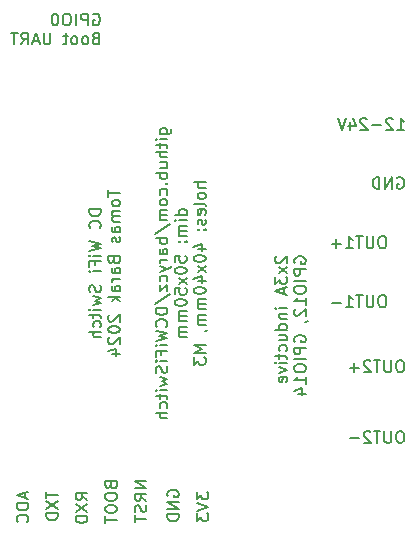
<source format=gbr>
%TF.GenerationSoftware,KiCad,Pcbnew,8.0.4*%
%TF.CreationDate,2024-07-28T20:40:06+02:00*%
%TF.ProjectId,DCWiFiSwitch,44435769-4669-4537-9769-7463682e6b69,rev?*%
%TF.SameCoordinates,Original*%
%TF.FileFunction,Legend,Bot*%
%TF.FilePolarity,Positive*%
%FSLAX46Y46*%
G04 Gerber Fmt 4.6, Leading zero omitted, Abs format (unit mm)*
G04 Created by KiCad (PCBNEW 8.0.4) date 2024-07-28 20:40:06*
%MOMM*%
%LPD*%
G01*
G04 APERTURE LIST*
%ADD10C,0.200000*%
%ADD11C,5.700000*%
%ADD12C,3.200000*%
%ADD13R,2.600000X2.600000*%
%ADD14C,2.600000*%
%ADD15R,1.700000X1.700000*%
%ADD16O,1.700000X1.700000*%
G04 APERTURE END LIST*
D10*
X101867219Y-83476816D02*
X101867219Y-84048244D01*
X102867219Y-83762530D02*
X101867219Y-83762530D01*
X101867219Y-84286340D02*
X102867219Y-84953006D01*
X101867219Y-84953006D02*
X102867219Y-84286340D01*
X102867219Y-85333959D02*
X101867219Y-85333959D01*
X101867219Y-85333959D02*
X101867219Y-85572054D01*
X101867219Y-85572054D02*
X101914838Y-85714911D01*
X101914838Y-85714911D02*
X102010076Y-85810149D01*
X102010076Y-85810149D02*
X102105314Y-85857768D01*
X102105314Y-85857768D02*
X102295790Y-85905387D01*
X102295790Y-85905387D02*
X102438647Y-85905387D01*
X102438647Y-85905387D02*
X102629123Y-85857768D01*
X102629123Y-85857768D02*
X102724361Y-85810149D01*
X102724361Y-85810149D02*
X102819600Y-85714911D01*
X102819600Y-85714911D02*
X102867219Y-85572054D01*
X102867219Y-85572054D02*
X102867219Y-85333959D01*
X105856517Y-43054894D02*
X105951755Y-43007275D01*
X105951755Y-43007275D02*
X106094612Y-43007275D01*
X106094612Y-43007275D02*
X106237469Y-43054894D01*
X106237469Y-43054894D02*
X106332707Y-43150132D01*
X106332707Y-43150132D02*
X106380326Y-43245370D01*
X106380326Y-43245370D02*
X106427945Y-43435846D01*
X106427945Y-43435846D02*
X106427945Y-43578703D01*
X106427945Y-43578703D02*
X106380326Y-43769179D01*
X106380326Y-43769179D02*
X106332707Y-43864417D01*
X106332707Y-43864417D02*
X106237469Y-43959656D01*
X106237469Y-43959656D02*
X106094612Y-44007275D01*
X106094612Y-44007275D02*
X105999374Y-44007275D01*
X105999374Y-44007275D02*
X105856517Y-43959656D01*
X105856517Y-43959656D02*
X105808898Y-43912036D01*
X105808898Y-43912036D02*
X105808898Y-43578703D01*
X105808898Y-43578703D02*
X105999374Y-43578703D01*
X105380326Y-44007275D02*
X105380326Y-43007275D01*
X105380326Y-43007275D02*
X104999374Y-43007275D01*
X104999374Y-43007275D02*
X104904136Y-43054894D01*
X104904136Y-43054894D02*
X104856517Y-43102513D01*
X104856517Y-43102513D02*
X104808898Y-43197751D01*
X104808898Y-43197751D02*
X104808898Y-43340608D01*
X104808898Y-43340608D02*
X104856517Y-43435846D01*
X104856517Y-43435846D02*
X104904136Y-43483465D01*
X104904136Y-43483465D02*
X104999374Y-43531084D01*
X104999374Y-43531084D02*
X105380326Y-43531084D01*
X104380326Y-44007275D02*
X104380326Y-43007275D01*
X103713660Y-43007275D02*
X103523184Y-43007275D01*
X103523184Y-43007275D02*
X103427946Y-43054894D01*
X103427946Y-43054894D02*
X103332708Y-43150132D01*
X103332708Y-43150132D02*
X103285089Y-43340608D01*
X103285089Y-43340608D02*
X103285089Y-43673941D01*
X103285089Y-43673941D02*
X103332708Y-43864417D01*
X103332708Y-43864417D02*
X103427946Y-43959656D01*
X103427946Y-43959656D02*
X103523184Y-44007275D01*
X103523184Y-44007275D02*
X103713660Y-44007275D01*
X103713660Y-44007275D02*
X103808898Y-43959656D01*
X103808898Y-43959656D02*
X103904136Y-43864417D01*
X103904136Y-43864417D02*
X103951755Y-43673941D01*
X103951755Y-43673941D02*
X103951755Y-43340608D01*
X103951755Y-43340608D02*
X103904136Y-43150132D01*
X103904136Y-43150132D02*
X103808898Y-43054894D01*
X103808898Y-43054894D02*
X103713660Y-43007275D01*
X102666041Y-43007275D02*
X102570803Y-43007275D01*
X102570803Y-43007275D02*
X102475565Y-43054894D01*
X102475565Y-43054894D02*
X102427946Y-43102513D01*
X102427946Y-43102513D02*
X102380327Y-43197751D01*
X102380327Y-43197751D02*
X102332708Y-43388227D01*
X102332708Y-43388227D02*
X102332708Y-43626322D01*
X102332708Y-43626322D02*
X102380327Y-43816798D01*
X102380327Y-43816798D02*
X102427946Y-43912036D01*
X102427946Y-43912036D02*
X102475565Y-43959656D01*
X102475565Y-43959656D02*
X102570803Y-44007275D01*
X102570803Y-44007275D02*
X102666041Y-44007275D01*
X102666041Y-44007275D02*
X102761279Y-43959656D01*
X102761279Y-43959656D02*
X102808898Y-43912036D01*
X102808898Y-43912036D02*
X102856517Y-43816798D01*
X102856517Y-43816798D02*
X102904136Y-43626322D01*
X102904136Y-43626322D02*
X102904136Y-43388227D01*
X102904136Y-43388227D02*
X102856517Y-43197751D01*
X102856517Y-43197751D02*
X102808898Y-43102513D01*
X102808898Y-43102513D02*
X102761279Y-43054894D01*
X102761279Y-43054894D02*
X102666041Y-43007275D01*
X106046993Y-45093409D02*
X105904136Y-45141028D01*
X105904136Y-45141028D02*
X105856517Y-45188647D01*
X105856517Y-45188647D02*
X105808898Y-45283885D01*
X105808898Y-45283885D02*
X105808898Y-45426742D01*
X105808898Y-45426742D02*
X105856517Y-45521980D01*
X105856517Y-45521980D02*
X105904136Y-45569600D01*
X105904136Y-45569600D02*
X105999374Y-45617219D01*
X105999374Y-45617219D02*
X106380326Y-45617219D01*
X106380326Y-45617219D02*
X106380326Y-44617219D01*
X106380326Y-44617219D02*
X106046993Y-44617219D01*
X106046993Y-44617219D02*
X105951755Y-44664838D01*
X105951755Y-44664838D02*
X105904136Y-44712457D01*
X105904136Y-44712457D02*
X105856517Y-44807695D01*
X105856517Y-44807695D02*
X105856517Y-44902933D01*
X105856517Y-44902933D02*
X105904136Y-44998171D01*
X105904136Y-44998171D02*
X105951755Y-45045790D01*
X105951755Y-45045790D02*
X106046993Y-45093409D01*
X106046993Y-45093409D02*
X106380326Y-45093409D01*
X105237469Y-45617219D02*
X105332707Y-45569600D01*
X105332707Y-45569600D02*
X105380326Y-45521980D01*
X105380326Y-45521980D02*
X105427945Y-45426742D01*
X105427945Y-45426742D02*
X105427945Y-45141028D01*
X105427945Y-45141028D02*
X105380326Y-45045790D01*
X105380326Y-45045790D02*
X105332707Y-44998171D01*
X105332707Y-44998171D02*
X105237469Y-44950552D01*
X105237469Y-44950552D02*
X105094612Y-44950552D01*
X105094612Y-44950552D02*
X104999374Y-44998171D01*
X104999374Y-44998171D02*
X104951755Y-45045790D01*
X104951755Y-45045790D02*
X104904136Y-45141028D01*
X104904136Y-45141028D02*
X104904136Y-45426742D01*
X104904136Y-45426742D02*
X104951755Y-45521980D01*
X104951755Y-45521980D02*
X104999374Y-45569600D01*
X104999374Y-45569600D02*
X105094612Y-45617219D01*
X105094612Y-45617219D02*
X105237469Y-45617219D01*
X104332707Y-45617219D02*
X104427945Y-45569600D01*
X104427945Y-45569600D02*
X104475564Y-45521980D01*
X104475564Y-45521980D02*
X104523183Y-45426742D01*
X104523183Y-45426742D02*
X104523183Y-45141028D01*
X104523183Y-45141028D02*
X104475564Y-45045790D01*
X104475564Y-45045790D02*
X104427945Y-44998171D01*
X104427945Y-44998171D02*
X104332707Y-44950552D01*
X104332707Y-44950552D02*
X104189850Y-44950552D01*
X104189850Y-44950552D02*
X104094612Y-44998171D01*
X104094612Y-44998171D02*
X104046993Y-45045790D01*
X104046993Y-45045790D02*
X103999374Y-45141028D01*
X103999374Y-45141028D02*
X103999374Y-45426742D01*
X103999374Y-45426742D02*
X104046993Y-45521980D01*
X104046993Y-45521980D02*
X104094612Y-45569600D01*
X104094612Y-45569600D02*
X104189850Y-45617219D01*
X104189850Y-45617219D02*
X104332707Y-45617219D01*
X103713659Y-44950552D02*
X103332707Y-44950552D01*
X103570802Y-44617219D02*
X103570802Y-45474361D01*
X103570802Y-45474361D02*
X103523183Y-45569600D01*
X103523183Y-45569600D02*
X103427945Y-45617219D01*
X103427945Y-45617219D02*
X103332707Y-45617219D01*
X102237468Y-44617219D02*
X102237468Y-45426742D01*
X102237468Y-45426742D02*
X102189849Y-45521980D01*
X102189849Y-45521980D02*
X102142230Y-45569600D01*
X102142230Y-45569600D02*
X102046992Y-45617219D01*
X102046992Y-45617219D02*
X101856516Y-45617219D01*
X101856516Y-45617219D02*
X101761278Y-45569600D01*
X101761278Y-45569600D02*
X101713659Y-45521980D01*
X101713659Y-45521980D02*
X101666040Y-45426742D01*
X101666040Y-45426742D02*
X101666040Y-44617219D01*
X101237468Y-45331504D02*
X100761278Y-45331504D01*
X101332706Y-45617219D02*
X100999373Y-44617219D01*
X100999373Y-44617219D02*
X100666040Y-45617219D01*
X99761278Y-45617219D02*
X100094611Y-45141028D01*
X100332706Y-45617219D02*
X100332706Y-44617219D01*
X100332706Y-44617219D02*
X99951754Y-44617219D01*
X99951754Y-44617219D02*
X99856516Y-44664838D01*
X99856516Y-44664838D02*
X99808897Y-44712457D01*
X99808897Y-44712457D02*
X99761278Y-44807695D01*
X99761278Y-44807695D02*
X99761278Y-44950552D01*
X99761278Y-44950552D02*
X99808897Y-45045790D01*
X99808897Y-45045790D02*
X99856516Y-45093409D01*
X99856516Y-45093409D02*
X99951754Y-45141028D01*
X99951754Y-45141028D02*
X100332706Y-45141028D01*
X99475563Y-44617219D02*
X98904135Y-44617219D01*
X99189849Y-45617219D02*
X99189849Y-44617219D01*
X106507275Y-59595238D02*
X105507275Y-59595238D01*
X105507275Y-59595238D02*
X105507275Y-59833333D01*
X105507275Y-59833333D02*
X105554894Y-59976190D01*
X105554894Y-59976190D02*
X105650132Y-60071428D01*
X105650132Y-60071428D02*
X105745370Y-60119047D01*
X105745370Y-60119047D02*
X105935846Y-60166666D01*
X105935846Y-60166666D02*
X106078703Y-60166666D01*
X106078703Y-60166666D02*
X106269179Y-60119047D01*
X106269179Y-60119047D02*
X106364417Y-60071428D01*
X106364417Y-60071428D02*
X106459656Y-59976190D01*
X106459656Y-59976190D02*
X106507275Y-59833333D01*
X106507275Y-59833333D02*
X106507275Y-59595238D01*
X106412036Y-61166666D02*
X106459656Y-61119047D01*
X106459656Y-61119047D02*
X106507275Y-60976190D01*
X106507275Y-60976190D02*
X106507275Y-60880952D01*
X106507275Y-60880952D02*
X106459656Y-60738095D01*
X106459656Y-60738095D02*
X106364417Y-60642857D01*
X106364417Y-60642857D02*
X106269179Y-60595238D01*
X106269179Y-60595238D02*
X106078703Y-60547619D01*
X106078703Y-60547619D02*
X105935846Y-60547619D01*
X105935846Y-60547619D02*
X105745370Y-60595238D01*
X105745370Y-60595238D02*
X105650132Y-60642857D01*
X105650132Y-60642857D02*
X105554894Y-60738095D01*
X105554894Y-60738095D02*
X105507275Y-60880952D01*
X105507275Y-60880952D02*
X105507275Y-60976190D01*
X105507275Y-60976190D02*
X105554894Y-61119047D01*
X105554894Y-61119047D02*
X105602513Y-61166666D01*
X105507275Y-62261905D02*
X106507275Y-62500000D01*
X106507275Y-62500000D02*
X105792989Y-62690476D01*
X105792989Y-62690476D02*
X106507275Y-62880952D01*
X106507275Y-62880952D02*
X105507275Y-63119048D01*
X106507275Y-63500000D02*
X105840608Y-63500000D01*
X105507275Y-63500000D02*
X105554894Y-63452381D01*
X105554894Y-63452381D02*
X105602513Y-63500000D01*
X105602513Y-63500000D02*
X105554894Y-63547619D01*
X105554894Y-63547619D02*
X105507275Y-63500000D01*
X105507275Y-63500000D02*
X105602513Y-63500000D01*
X105983465Y-64309523D02*
X105983465Y-63976190D01*
X106507275Y-63976190D02*
X105507275Y-63976190D01*
X105507275Y-63976190D02*
X105507275Y-64452380D01*
X106507275Y-64833333D02*
X105840608Y-64833333D01*
X105507275Y-64833333D02*
X105554894Y-64785714D01*
X105554894Y-64785714D02*
X105602513Y-64833333D01*
X105602513Y-64833333D02*
X105554894Y-64880952D01*
X105554894Y-64880952D02*
X105507275Y-64833333D01*
X105507275Y-64833333D02*
X105602513Y-64833333D01*
X106459656Y-66023809D02*
X106507275Y-66166666D01*
X106507275Y-66166666D02*
X106507275Y-66404761D01*
X106507275Y-66404761D02*
X106459656Y-66499999D01*
X106459656Y-66499999D02*
X106412036Y-66547618D01*
X106412036Y-66547618D02*
X106316798Y-66595237D01*
X106316798Y-66595237D02*
X106221560Y-66595237D01*
X106221560Y-66595237D02*
X106126322Y-66547618D01*
X106126322Y-66547618D02*
X106078703Y-66499999D01*
X106078703Y-66499999D02*
X106031084Y-66404761D01*
X106031084Y-66404761D02*
X105983465Y-66214285D01*
X105983465Y-66214285D02*
X105935846Y-66119047D01*
X105935846Y-66119047D02*
X105888227Y-66071428D01*
X105888227Y-66071428D02*
X105792989Y-66023809D01*
X105792989Y-66023809D02*
X105697751Y-66023809D01*
X105697751Y-66023809D02*
X105602513Y-66071428D01*
X105602513Y-66071428D02*
X105554894Y-66119047D01*
X105554894Y-66119047D02*
X105507275Y-66214285D01*
X105507275Y-66214285D02*
X105507275Y-66452380D01*
X105507275Y-66452380D02*
X105554894Y-66595237D01*
X105840608Y-66928571D02*
X106507275Y-67119047D01*
X106507275Y-67119047D02*
X106031084Y-67309523D01*
X106031084Y-67309523D02*
X106507275Y-67499999D01*
X106507275Y-67499999D02*
X105840608Y-67690475D01*
X106507275Y-68071428D02*
X105840608Y-68071428D01*
X105507275Y-68071428D02*
X105554894Y-68023809D01*
X105554894Y-68023809D02*
X105602513Y-68071428D01*
X105602513Y-68071428D02*
X105554894Y-68119047D01*
X105554894Y-68119047D02*
X105507275Y-68071428D01*
X105507275Y-68071428D02*
X105602513Y-68071428D01*
X105840608Y-68404761D02*
X105840608Y-68785713D01*
X105507275Y-68547618D02*
X106364417Y-68547618D01*
X106364417Y-68547618D02*
X106459656Y-68595237D01*
X106459656Y-68595237D02*
X106507275Y-68690475D01*
X106507275Y-68690475D02*
X106507275Y-68785713D01*
X106459656Y-69547618D02*
X106507275Y-69452380D01*
X106507275Y-69452380D02*
X106507275Y-69261904D01*
X106507275Y-69261904D02*
X106459656Y-69166666D01*
X106459656Y-69166666D02*
X106412036Y-69119047D01*
X106412036Y-69119047D02*
X106316798Y-69071428D01*
X106316798Y-69071428D02*
X106031084Y-69071428D01*
X106031084Y-69071428D02*
X105935846Y-69119047D01*
X105935846Y-69119047D02*
X105888227Y-69166666D01*
X105888227Y-69166666D02*
X105840608Y-69261904D01*
X105840608Y-69261904D02*
X105840608Y-69452380D01*
X105840608Y-69452380D02*
X105888227Y-69547618D01*
X106507275Y-69976190D02*
X105507275Y-69976190D01*
X106507275Y-70404761D02*
X105983465Y-70404761D01*
X105983465Y-70404761D02*
X105888227Y-70357142D01*
X105888227Y-70357142D02*
X105840608Y-70261904D01*
X105840608Y-70261904D02*
X105840608Y-70119047D01*
X105840608Y-70119047D02*
X105888227Y-70023809D01*
X105888227Y-70023809D02*
X105935846Y-69976190D01*
X107117219Y-57952380D02*
X107117219Y-58523808D01*
X108117219Y-58238094D02*
X107117219Y-58238094D01*
X108117219Y-58999999D02*
X108069600Y-58904761D01*
X108069600Y-58904761D02*
X108021980Y-58857142D01*
X108021980Y-58857142D02*
X107926742Y-58809523D01*
X107926742Y-58809523D02*
X107641028Y-58809523D01*
X107641028Y-58809523D02*
X107545790Y-58857142D01*
X107545790Y-58857142D02*
X107498171Y-58904761D01*
X107498171Y-58904761D02*
X107450552Y-58999999D01*
X107450552Y-58999999D02*
X107450552Y-59142856D01*
X107450552Y-59142856D02*
X107498171Y-59238094D01*
X107498171Y-59238094D02*
X107545790Y-59285713D01*
X107545790Y-59285713D02*
X107641028Y-59333332D01*
X107641028Y-59333332D02*
X107926742Y-59333332D01*
X107926742Y-59333332D02*
X108021980Y-59285713D01*
X108021980Y-59285713D02*
X108069600Y-59238094D01*
X108069600Y-59238094D02*
X108117219Y-59142856D01*
X108117219Y-59142856D02*
X108117219Y-58999999D01*
X108117219Y-59761904D02*
X107450552Y-59761904D01*
X107545790Y-59761904D02*
X107498171Y-59809523D01*
X107498171Y-59809523D02*
X107450552Y-59904761D01*
X107450552Y-59904761D02*
X107450552Y-60047618D01*
X107450552Y-60047618D02*
X107498171Y-60142856D01*
X107498171Y-60142856D02*
X107593409Y-60190475D01*
X107593409Y-60190475D02*
X108117219Y-60190475D01*
X107593409Y-60190475D02*
X107498171Y-60238094D01*
X107498171Y-60238094D02*
X107450552Y-60333332D01*
X107450552Y-60333332D02*
X107450552Y-60476189D01*
X107450552Y-60476189D02*
X107498171Y-60571428D01*
X107498171Y-60571428D02*
X107593409Y-60619047D01*
X107593409Y-60619047D02*
X108117219Y-60619047D01*
X108117219Y-61523808D02*
X107593409Y-61523808D01*
X107593409Y-61523808D02*
X107498171Y-61476189D01*
X107498171Y-61476189D02*
X107450552Y-61380951D01*
X107450552Y-61380951D02*
X107450552Y-61190475D01*
X107450552Y-61190475D02*
X107498171Y-61095237D01*
X108069600Y-61523808D02*
X108117219Y-61428570D01*
X108117219Y-61428570D02*
X108117219Y-61190475D01*
X108117219Y-61190475D02*
X108069600Y-61095237D01*
X108069600Y-61095237D02*
X107974361Y-61047618D01*
X107974361Y-61047618D02*
X107879123Y-61047618D01*
X107879123Y-61047618D02*
X107783885Y-61095237D01*
X107783885Y-61095237D02*
X107736266Y-61190475D01*
X107736266Y-61190475D02*
X107736266Y-61428570D01*
X107736266Y-61428570D02*
X107688647Y-61523808D01*
X108069600Y-61952380D02*
X108117219Y-62047618D01*
X108117219Y-62047618D02*
X108117219Y-62238094D01*
X108117219Y-62238094D02*
X108069600Y-62333332D01*
X108069600Y-62333332D02*
X107974361Y-62380951D01*
X107974361Y-62380951D02*
X107926742Y-62380951D01*
X107926742Y-62380951D02*
X107831504Y-62333332D01*
X107831504Y-62333332D02*
X107783885Y-62238094D01*
X107783885Y-62238094D02*
X107783885Y-62095237D01*
X107783885Y-62095237D02*
X107736266Y-61999999D01*
X107736266Y-61999999D02*
X107641028Y-61952380D01*
X107641028Y-61952380D02*
X107593409Y-61952380D01*
X107593409Y-61952380D02*
X107498171Y-61999999D01*
X107498171Y-61999999D02*
X107450552Y-62095237D01*
X107450552Y-62095237D02*
X107450552Y-62238094D01*
X107450552Y-62238094D02*
X107498171Y-62333332D01*
X107593409Y-63904761D02*
X107641028Y-64047618D01*
X107641028Y-64047618D02*
X107688647Y-64095237D01*
X107688647Y-64095237D02*
X107783885Y-64142856D01*
X107783885Y-64142856D02*
X107926742Y-64142856D01*
X107926742Y-64142856D02*
X108021980Y-64095237D01*
X108021980Y-64095237D02*
X108069600Y-64047618D01*
X108069600Y-64047618D02*
X108117219Y-63952380D01*
X108117219Y-63952380D02*
X108117219Y-63571428D01*
X108117219Y-63571428D02*
X107117219Y-63571428D01*
X107117219Y-63571428D02*
X107117219Y-63904761D01*
X107117219Y-63904761D02*
X107164838Y-63999999D01*
X107164838Y-63999999D02*
X107212457Y-64047618D01*
X107212457Y-64047618D02*
X107307695Y-64095237D01*
X107307695Y-64095237D02*
X107402933Y-64095237D01*
X107402933Y-64095237D02*
X107498171Y-64047618D01*
X107498171Y-64047618D02*
X107545790Y-63999999D01*
X107545790Y-63999999D02*
X107593409Y-63904761D01*
X107593409Y-63904761D02*
X107593409Y-63571428D01*
X108117219Y-64999999D02*
X107593409Y-64999999D01*
X107593409Y-64999999D02*
X107498171Y-64952380D01*
X107498171Y-64952380D02*
X107450552Y-64857142D01*
X107450552Y-64857142D02*
X107450552Y-64666666D01*
X107450552Y-64666666D02*
X107498171Y-64571428D01*
X108069600Y-64999999D02*
X108117219Y-64904761D01*
X108117219Y-64904761D02*
X108117219Y-64666666D01*
X108117219Y-64666666D02*
X108069600Y-64571428D01*
X108069600Y-64571428D02*
X107974361Y-64523809D01*
X107974361Y-64523809D02*
X107879123Y-64523809D01*
X107879123Y-64523809D02*
X107783885Y-64571428D01*
X107783885Y-64571428D02*
X107736266Y-64666666D01*
X107736266Y-64666666D02*
X107736266Y-64904761D01*
X107736266Y-64904761D02*
X107688647Y-64999999D01*
X108117219Y-65476190D02*
X107450552Y-65476190D01*
X107641028Y-65476190D02*
X107545790Y-65523809D01*
X107545790Y-65523809D02*
X107498171Y-65571428D01*
X107498171Y-65571428D02*
X107450552Y-65666666D01*
X107450552Y-65666666D02*
X107450552Y-65761904D01*
X108117219Y-66523809D02*
X107593409Y-66523809D01*
X107593409Y-66523809D02*
X107498171Y-66476190D01*
X107498171Y-66476190D02*
X107450552Y-66380952D01*
X107450552Y-66380952D02*
X107450552Y-66190476D01*
X107450552Y-66190476D02*
X107498171Y-66095238D01*
X108069600Y-66523809D02*
X108117219Y-66428571D01*
X108117219Y-66428571D02*
X108117219Y-66190476D01*
X108117219Y-66190476D02*
X108069600Y-66095238D01*
X108069600Y-66095238D02*
X107974361Y-66047619D01*
X107974361Y-66047619D02*
X107879123Y-66047619D01*
X107879123Y-66047619D02*
X107783885Y-66095238D01*
X107783885Y-66095238D02*
X107736266Y-66190476D01*
X107736266Y-66190476D02*
X107736266Y-66428571D01*
X107736266Y-66428571D02*
X107688647Y-66523809D01*
X108117219Y-67000000D02*
X107117219Y-67000000D01*
X107736266Y-67095238D02*
X108117219Y-67380952D01*
X107450552Y-67380952D02*
X107831504Y-67000000D01*
X107212457Y-68523810D02*
X107164838Y-68571429D01*
X107164838Y-68571429D02*
X107117219Y-68666667D01*
X107117219Y-68666667D02*
X107117219Y-68904762D01*
X107117219Y-68904762D02*
X107164838Y-69000000D01*
X107164838Y-69000000D02*
X107212457Y-69047619D01*
X107212457Y-69047619D02*
X107307695Y-69095238D01*
X107307695Y-69095238D02*
X107402933Y-69095238D01*
X107402933Y-69095238D02*
X107545790Y-69047619D01*
X107545790Y-69047619D02*
X108117219Y-68476191D01*
X108117219Y-68476191D02*
X108117219Y-69095238D01*
X107117219Y-69714286D02*
X107117219Y-69809524D01*
X107117219Y-69809524D02*
X107164838Y-69904762D01*
X107164838Y-69904762D02*
X107212457Y-69952381D01*
X107212457Y-69952381D02*
X107307695Y-70000000D01*
X107307695Y-70000000D02*
X107498171Y-70047619D01*
X107498171Y-70047619D02*
X107736266Y-70047619D01*
X107736266Y-70047619D02*
X107926742Y-70000000D01*
X107926742Y-70000000D02*
X108021980Y-69952381D01*
X108021980Y-69952381D02*
X108069600Y-69904762D01*
X108069600Y-69904762D02*
X108117219Y-69809524D01*
X108117219Y-69809524D02*
X108117219Y-69714286D01*
X108117219Y-69714286D02*
X108069600Y-69619048D01*
X108069600Y-69619048D02*
X108021980Y-69571429D01*
X108021980Y-69571429D02*
X107926742Y-69523810D01*
X107926742Y-69523810D02*
X107736266Y-69476191D01*
X107736266Y-69476191D02*
X107498171Y-69476191D01*
X107498171Y-69476191D02*
X107307695Y-69523810D01*
X107307695Y-69523810D02*
X107212457Y-69571429D01*
X107212457Y-69571429D02*
X107164838Y-69619048D01*
X107164838Y-69619048D02*
X107117219Y-69714286D01*
X107212457Y-70428572D02*
X107164838Y-70476191D01*
X107164838Y-70476191D02*
X107117219Y-70571429D01*
X107117219Y-70571429D02*
X107117219Y-70809524D01*
X107117219Y-70809524D02*
X107164838Y-70904762D01*
X107164838Y-70904762D02*
X107212457Y-70952381D01*
X107212457Y-70952381D02*
X107307695Y-71000000D01*
X107307695Y-71000000D02*
X107402933Y-71000000D01*
X107402933Y-71000000D02*
X107545790Y-70952381D01*
X107545790Y-70952381D02*
X108117219Y-70380953D01*
X108117219Y-70380953D02*
X108117219Y-71000000D01*
X107450552Y-71857143D02*
X108117219Y-71857143D01*
X107069600Y-71619048D02*
X107783885Y-71380953D01*
X107783885Y-71380953D02*
X107783885Y-72000000D01*
X131939850Y-72367219D02*
X131749374Y-72367219D01*
X131749374Y-72367219D02*
X131654136Y-72414838D01*
X131654136Y-72414838D02*
X131558898Y-72510076D01*
X131558898Y-72510076D02*
X131511279Y-72700552D01*
X131511279Y-72700552D02*
X131511279Y-73033885D01*
X131511279Y-73033885D02*
X131558898Y-73224361D01*
X131558898Y-73224361D02*
X131654136Y-73319600D01*
X131654136Y-73319600D02*
X131749374Y-73367219D01*
X131749374Y-73367219D02*
X131939850Y-73367219D01*
X131939850Y-73367219D02*
X132035088Y-73319600D01*
X132035088Y-73319600D02*
X132130326Y-73224361D01*
X132130326Y-73224361D02*
X132177945Y-73033885D01*
X132177945Y-73033885D02*
X132177945Y-72700552D01*
X132177945Y-72700552D02*
X132130326Y-72510076D01*
X132130326Y-72510076D02*
X132035088Y-72414838D01*
X132035088Y-72414838D02*
X131939850Y-72367219D01*
X131082707Y-72367219D02*
X131082707Y-73176742D01*
X131082707Y-73176742D02*
X131035088Y-73271980D01*
X131035088Y-73271980D02*
X130987469Y-73319600D01*
X130987469Y-73319600D02*
X130892231Y-73367219D01*
X130892231Y-73367219D02*
X130701755Y-73367219D01*
X130701755Y-73367219D02*
X130606517Y-73319600D01*
X130606517Y-73319600D02*
X130558898Y-73271980D01*
X130558898Y-73271980D02*
X130511279Y-73176742D01*
X130511279Y-73176742D02*
X130511279Y-72367219D01*
X130177945Y-72367219D02*
X129606517Y-72367219D01*
X129892231Y-73367219D02*
X129892231Y-72367219D01*
X129320802Y-72462457D02*
X129273183Y-72414838D01*
X129273183Y-72414838D02*
X129177945Y-72367219D01*
X129177945Y-72367219D02*
X128939850Y-72367219D01*
X128939850Y-72367219D02*
X128844612Y-72414838D01*
X128844612Y-72414838D02*
X128796993Y-72462457D01*
X128796993Y-72462457D02*
X128749374Y-72557695D01*
X128749374Y-72557695D02*
X128749374Y-72652933D01*
X128749374Y-72652933D02*
X128796993Y-72795790D01*
X128796993Y-72795790D02*
X129368421Y-73367219D01*
X129368421Y-73367219D02*
X128749374Y-73367219D01*
X128320802Y-72986266D02*
X127558898Y-72986266D01*
X127939850Y-73367219D02*
X127939850Y-72605314D01*
X105367219Y-84191101D02*
X104891028Y-83857768D01*
X105367219Y-83619673D02*
X104367219Y-83619673D01*
X104367219Y-83619673D02*
X104367219Y-84000625D01*
X104367219Y-84000625D02*
X104414838Y-84095863D01*
X104414838Y-84095863D02*
X104462457Y-84143482D01*
X104462457Y-84143482D02*
X104557695Y-84191101D01*
X104557695Y-84191101D02*
X104700552Y-84191101D01*
X104700552Y-84191101D02*
X104795790Y-84143482D01*
X104795790Y-84143482D02*
X104843409Y-84095863D01*
X104843409Y-84095863D02*
X104891028Y-84000625D01*
X104891028Y-84000625D02*
X104891028Y-83619673D01*
X104367219Y-84524435D02*
X105367219Y-85191101D01*
X104367219Y-85191101D02*
X105367219Y-84524435D01*
X105367219Y-85572054D02*
X104367219Y-85572054D01*
X104367219Y-85572054D02*
X104367219Y-85810149D01*
X104367219Y-85810149D02*
X104414838Y-85953006D01*
X104414838Y-85953006D02*
X104510076Y-86048244D01*
X104510076Y-86048244D02*
X104605314Y-86095863D01*
X104605314Y-86095863D02*
X104795790Y-86143482D01*
X104795790Y-86143482D02*
X104938647Y-86143482D01*
X104938647Y-86143482D02*
X105129123Y-86095863D01*
X105129123Y-86095863D02*
X105224361Y-86048244D01*
X105224361Y-86048244D02*
X105319600Y-85953006D01*
X105319600Y-85953006D02*
X105367219Y-85810149D01*
X105367219Y-85810149D02*
X105367219Y-85572054D01*
X130439850Y-61867219D02*
X130249374Y-61867219D01*
X130249374Y-61867219D02*
X130154136Y-61914838D01*
X130154136Y-61914838D02*
X130058898Y-62010076D01*
X130058898Y-62010076D02*
X130011279Y-62200552D01*
X130011279Y-62200552D02*
X130011279Y-62533885D01*
X130011279Y-62533885D02*
X130058898Y-62724361D01*
X130058898Y-62724361D02*
X130154136Y-62819600D01*
X130154136Y-62819600D02*
X130249374Y-62867219D01*
X130249374Y-62867219D02*
X130439850Y-62867219D01*
X130439850Y-62867219D02*
X130535088Y-62819600D01*
X130535088Y-62819600D02*
X130630326Y-62724361D01*
X130630326Y-62724361D02*
X130677945Y-62533885D01*
X130677945Y-62533885D02*
X130677945Y-62200552D01*
X130677945Y-62200552D02*
X130630326Y-62010076D01*
X130630326Y-62010076D02*
X130535088Y-61914838D01*
X130535088Y-61914838D02*
X130439850Y-61867219D01*
X129582707Y-61867219D02*
X129582707Y-62676742D01*
X129582707Y-62676742D02*
X129535088Y-62771980D01*
X129535088Y-62771980D02*
X129487469Y-62819600D01*
X129487469Y-62819600D02*
X129392231Y-62867219D01*
X129392231Y-62867219D02*
X129201755Y-62867219D01*
X129201755Y-62867219D02*
X129106517Y-62819600D01*
X129106517Y-62819600D02*
X129058898Y-62771980D01*
X129058898Y-62771980D02*
X129011279Y-62676742D01*
X129011279Y-62676742D02*
X129011279Y-61867219D01*
X128677945Y-61867219D02*
X128106517Y-61867219D01*
X128392231Y-62867219D02*
X128392231Y-61867219D01*
X127249374Y-62867219D02*
X127820802Y-62867219D01*
X127535088Y-62867219D02*
X127535088Y-61867219D01*
X127535088Y-61867219D02*
X127630326Y-62010076D01*
X127630326Y-62010076D02*
X127725564Y-62105314D01*
X127725564Y-62105314D02*
X127820802Y-62152933D01*
X126820802Y-62486266D02*
X126058898Y-62486266D01*
X126439850Y-62867219D02*
X126439850Y-62105314D01*
X100081504Y-83572054D02*
X100081504Y-84048244D01*
X100367219Y-83476816D02*
X99367219Y-83810149D01*
X99367219Y-83810149D02*
X100367219Y-84143482D01*
X100367219Y-84476816D02*
X99367219Y-84476816D01*
X99367219Y-84476816D02*
X99367219Y-84714911D01*
X99367219Y-84714911D02*
X99414838Y-84857768D01*
X99414838Y-84857768D02*
X99510076Y-84953006D01*
X99510076Y-84953006D02*
X99605314Y-85000625D01*
X99605314Y-85000625D02*
X99795790Y-85048244D01*
X99795790Y-85048244D02*
X99938647Y-85048244D01*
X99938647Y-85048244D02*
X100129123Y-85000625D01*
X100129123Y-85000625D02*
X100224361Y-84953006D01*
X100224361Y-84953006D02*
X100319600Y-84857768D01*
X100319600Y-84857768D02*
X100367219Y-84714911D01*
X100367219Y-84714911D02*
X100367219Y-84476816D01*
X100271980Y-86048244D02*
X100319600Y-86000625D01*
X100319600Y-86000625D02*
X100367219Y-85857768D01*
X100367219Y-85857768D02*
X100367219Y-85762530D01*
X100367219Y-85762530D02*
X100319600Y-85619673D01*
X100319600Y-85619673D02*
X100224361Y-85524435D01*
X100224361Y-85524435D02*
X100129123Y-85476816D01*
X100129123Y-85476816D02*
X99938647Y-85429197D01*
X99938647Y-85429197D02*
X99795790Y-85429197D01*
X99795790Y-85429197D02*
X99605314Y-85476816D01*
X99605314Y-85476816D02*
X99510076Y-85524435D01*
X99510076Y-85524435D02*
X99414838Y-85619673D01*
X99414838Y-85619673D02*
X99367219Y-85762530D01*
X99367219Y-85762530D02*
X99367219Y-85857768D01*
X99367219Y-85857768D02*
X99414838Y-86000625D01*
X99414838Y-86000625D02*
X99462457Y-86048244D01*
X131606517Y-56914838D02*
X131701755Y-56867219D01*
X131701755Y-56867219D02*
X131844612Y-56867219D01*
X131844612Y-56867219D02*
X131987469Y-56914838D01*
X131987469Y-56914838D02*
X132082707Y-57010076D01*
X132082707Y-57010076D02*
X132130326Y-57105314D01*
X132130326Y-57105314D02*
X132177945Y-57295790D01*
X132177945Y-57295790D02*
X132177945Y-57438647D01*
X132177945Y-57438647D02*
X132130326Y-57629123D01*
X132130326Y-57629123D02*
X132082707Y-57724361D01*
X132082707Y-57724361D02*
X131987469Y-57819600D01*
X131987469Y-57819600D02*
X131844612Y-57867219D01*
X131844612Y-57867219D02*
X131749374Y-57867219D01*
X131749374Y-57867219D02*
X131606517Y-57819600D01*
X131606517Y-57819600D02*
X131558898Y-57771980D01*
X131558898Y-57771980D02*
X131558898Y-57438647D01*
X131558898Y-57438647D02*
X131749374Y-57438647D01*
X131130326Y-57867219D02*
X131130326Y-56867219D01*
X131130326Y-56867219D02*
X130558898Y-57867219D01*
X130558898Y-57867219D02*
X130558898Y-56867219D01*
X130082707Y-57867219D02*
X130082707Y-56867219D01*
X130082707Y-56867219D02*
X129844612Y-56867219D01*
X129844612Y-56867219D02*
X129701755Y-56914838D01*
X129701755Y-56914838D02*
X129606517Y-57010076D01*
X129606517Y-57010076D02*
X129558898Y-57105314D01*
X129558898Y-57105314D02*
X129511279Y-57295790D01*
X129511279Y-57295790D02*
X129511279Y-57438647D01*
X129511279Y-57438647D02*
X129558898Y-57629123D01*
X129558898Y-57629123D02*
X129606517Y-57724361D01*
X129606517Y-57724361D02*
X129701755Y-57819600D01*
X129701755Y-57819600D02*
X129844612Y-57867219D01*
X129844612Y-57867219D02*
X130082707Y-57867219D01*
X112164838Y-83893482D02*
X112117219Y-83798244D01*
X112117219Y-83798244D02*
X112117219Y-83655387D01*
X112117219Y-83655387D02*
X112164838Y-83512530D01*
X112164838Y-83512530D02*
X112260076Y-83417292D01*
X112260076Y-83417292D02*
X112355314Y-83369673D01*
X112355314Y-83369673D02*
X112545790Y-83322054D01*
X112545790Y-83322054D02*
X112688647Y-83322054D01*
X112688647Y-83322054D02*
X112879123Y-83369673D01*
X112879123Y-83369673D02*
X112974361Y-83417292D01*
X112974361Y-83417292D02*
X113069600Y-83512530D01*
X113069600Y-83512530D02*
X113117219Y-83655387D01*
X113117219Y-83655387D02*
X113117219Y-83750625D01*
X113117219Y-83750625D02*
X113069600Y-83893482D01*
X113069600Y-83893482D02*
X113021980Y-83941101D01*
X113021980Y-83941101D02*
X112688647Y-83941101D01*
X112688647Y-83941101D02*
X112688647Y-83750625D01*
X113117219Y-84369673D02*
X112117219Y-84369673D01*
X112117219Y-84369673D02*
X113117219Y-84941101D01*
X113117219Y-84941101D02*
X112117219Y-84941101D01*
X113117219Y-85417292D02*
X112117219Y-85417292D01*
X112117219Y-85417292D02*
X112117219Y-85655387D01*
X112117219Y-85655387D02*
X112164838Y-85798244D01*
X112164838Y-85798244D02*
X112260076Y-85893482D01*
X112260076Y-85893482D02*
X112355314Y-85941101D01*
X112355314Y-85941101D02*
X112545790Y-85988720D01*
X112545790Y-85988720D02*
X112688647Y-85988720D01*
X112688647Y-85988720D02*
X112879123Y-85941101D01*
X112879123Y-85941101D02*
X112974361Y-85893482D01*
X112974361Y-85893482D02*
X113069600Y-85798244D01*
X113069600Y-85798244D02*
X113117219Y-85655387D01*
X113117219Y-85655387D02*
X113117219Y-85417292D01*
X130439850Y-66867219D02*
X130249374Y-66867219D01*
X130249374Y-66867219D02*
X130154136Y-66914838D01*
X130154136Y-66914838D02*
X130058898Y-67010076D01*
X130058898Y-67010076D02*
X130011279Y-67200552D01*
X130011279Y-67200552D02*
X130011279Y-67533885D01*
X130011279Y-67533885D02*
X130058898Y-67724361D01*
X130058898Y-67724361D02*
X130154136Y-67819600D01*
X130154136Y-67819600D02*
X130249374Y-67867219D01*
X130249374Y-67867219D02*
X130439850Y-67867219D01*
X130439850Y-67867219D02*
X130535088Y-67819600D01*
X130535088Y-67819600D02*
X130630326Y-67724361D01*
X130630326Y-67724361D02*
X130677945Y-67533885D01*
X130677945Y-67533885D02*
X130677945Y-67200552D01*
X130677945Y-67200552D02*
X130630326Y-67010076D01*
X130630326Y-67010076D02*
X130535088Y-66914838D01*
X130535088Y-66914838D02*
X130439850Y-66867219D01*
X129582707Y-66867219D02*
X129582707Y-67676742D01*
X129582707Y-67676742D02*
X129535088Y-67771980D01*
X129535088Y-67771980D02*
X129487469Y-67819600D01*
X129487469Y-67819600D02*
X129392231Y-67867219D01*
X129392231Y-67867219D02*
X129201755Y-67867219D01*
X129201755Y-67867219D02*
X129106517Y-67819600D01*
X129106517Y-67819600D02*
X129058898Y-67771980D01*
X129058898Y-67771980D02*
X129011279Y-67676742D01*
X129011279Y-67676742D02*
X129011279Y-66867219D01*
X128677945Y-66867219D02*
X128106517Y-66867219D01*
X128392231Y-67867219D02*
X128392231Y-66867219D01*
X127249374Y-67867219D02*
X127820802Y-67867219D01*
X127535088Y-67867219D02*
X127535088Y-66867219D01*
X127535088Y-66867219D02*
X127630326Y-67010076D01*
X127630326Y-67010076D02*
X127725564Y-67105314D01*
X127725564Y-67105314D02*
X127820802Y-67152933D01*
X126820802Y-67486266D02*
X126058898Y-67486266D01*
X121352513Y-63572054D02*
X121304894Y-63619673D01*
X121304894Y-63619673D02*
X121257275Y-63714911D01*
X121257275Y-63714911D02*
X121257275Y-63953006D01*
X121257275Y-63953006D02*
X121304894Y-64048244D01*
X121304894Y-64048244D02*
X121352513Y-64095863D01*
X121352513Y-64095863D02*
X121447751Y-64143482D01*
X121447751Y-64143482D02*
X121542989Y-64143482D01*
X121542989Y-64143482D02*
X121685846Y-64095863D01*
X121685846Y-64095863D02*
X122257275Y-63524435D01*
X122257275Y-63524435D02*
X122257275Y-64143482D01*
X122257275Y-64476816D02*
X121590608Y-65000625D01*
X121590608Y-64476816D02*
X122257275Y-65000625D01*
X121257275Y-65286340D02*
X121257275Y-65905387D01*
X121257275Y-65905387D02*
X121638227Y-65572054D01*
X121638227Y-65572054D02*
X121638227Y-65714911D01*
X121638227Y-65714911D02*
X121685846Y-65810149D01*
X121685846Y-65810149D02*
X121733465Y-65857768D01*
X121733465Y-65857768D02*
X121828703Y-65905387D01*
X121828703Y-65905387D02*
X122066798Y-65905387D01*
X122066798Y-65905387D02*
X122162036Y-65857768D01*
X122162036Y-65857768D02*
X122209656Y-65810149D01*
X122209656Y-65810149D02*
X122257275Y-65714911D01*
X122257275Y-65714911D02*
X122257275Y-65429197D01*
X122257275Y-65429197D02*
X122209656Y-65333959D01*
X122209656Y-65333959D02*
X122162036Y-65286340D01*
X121971560Y-66286340D02*
X121971560Y-66762530D01*
X122257275Y-66191102D02*
X121257275Y-66524435D01*
X121257275Y-66524435D02*
X122257275Y-66857768D01*
X122257275Y-67953007D02*
X121590608Y-67953007D01*
X121257275Y-67953007D02*
X121304894Y-67905388D01*
X121304894Y-67905388D02*
X121352513Y-67953007D01*
X121352513Y-67953007D02*
X121304894Y-68000626D01*
X121304894Y-68000626D02*
X121257275Y-67953007D01*
X121257275Y-67953007D02*
X121352513Y-67953007D01*
X121590608Y-68429197D02*
X122257275Y-68429197D01*
X121685846Y-68429197D02*
X121638227Y-68476816D01*
X121638227Y-68476816D02*
X121590608Y-68572054D01*
X121590608Y-68572054D02*
X121590608Y-68714911D01*
X121590608Y-68714911D02*
X121638227Y-68810149D01*
X121638227Y-68810149D02*
X121733465Y-68857768D01*
X121733465Y-68857768D02*
X122257275Y-68857768D01*
X122257275Y-69762530D02*
X121257275Y-69762530D01*
X122209656Y-69762530D02*
X122257275Y-69667292D01*
X122257275Y-69667292D02*
X122257275Y-69476816D01*
X122257275Y-69476816D02*
X122209656Y-69381578D01*
X122209656Y-69381578D02*
X122162036Y-69333959D01*
X122162036Y-69333959D02*
X122066798Y-69286340D01*
X122066798Y-69286340D02*
X121781084Y-69286340D01*
X121781084Y-69286340D02*
X121685846Y-69333959D01*
X121685846Y-69333959D02*
X121638227Y-69381578D01*
X121638227Y-69381578D02*
X121590608Y-69476816D01*
X121590608Y-69476816D02*
X121590608Y-69667292D01*
X121590608Y-69667292D02*
X121638227Y-69762530D01*
X121590608Y-70667292D02*
X122257275Y-70667292D01*
X121590608Y-70238721D02*
X122114417Y-70238721D01*
X122114417Y-70238721D02*
X122209656Y-70286340D01*
X122209656Y-70286340D02*
X122257275Y-70381578D01*
X122257275Y-70381578D02*
X122257275Y-70524435D01*
X122257275Y-70524435D02*
X122209656Y-70619673D01*
X122209656Y-70619673D02*
X122162036Y-70667292D01*
X122209656Y-71572054D02*
X122257275Y-71476816D01*
X122257275Y-71476816D02*
X122257275Y-71286340D01*
X122257275Y-71286340D02*
X122209656Y-71191102D01*
X122209656Y-71191102D02*
X122162036Y-71143483D01*
X122162036Y-71143483D02*
X122066798Y-71095864D01*
X122066798Y-71095864D02*
X121781084Y-71095864D01*
X121781084Y-71095864D02*
X121685846Y-71143483D01*
X121685846Y-71143483D02*
X121638227Y-71191102D01*
X121638227Y-71191102D02*
X121590608Y-71286340D01*
X121590608Y-71286340D02*
X121590608Y-71476816D01*
X121590608Y-71476816D02*
X121638227Y-71572054D01*
X121590608Y-71857769D02*
X121590608Y-72238721D01*
X121257275Y-72000626D02*
X122114417Y-72000626D01*
X122114417Y-72000626D02*
X122209656Y-72048245D01*
X122209656Y-72048245D02*
X122257275Y-72143483D01*
X122257275Y-72143483D02*
X122257275Y-72238721D01*
X122257275Y-72572055D02*
X121590608Y-72572055D01*
X121257275Y-72572055D02*
X121304894Y-72524436D01*
X121304894Y-72524436D02*
X121352513Y-72572055D01*
X121352513Y-72572055D02*
X121304894Y-72619674D01*
X121304894Y-72619674D02*
X121257275Y-72572055D01*
X121257275Y-72572055D02*
X121352513Y-72572055D01*
X121590608Y-72953007D02*
X122257275Y-73191102D01*
X122257275Y-73191102D02*
X121590608Y-73429197D01*
X122209656Y-74191102D02*
X122257275Y-74095864D01*
X122257275Y-74095864D02*
X122257275Y-73905388D01*
X122257275Y-73905388D02*
X122209656Y-73810150D01*
X122209656Y-73810150D02*
X122114417Y-73762531D01*
X122114417Y-73762531D02*
X121733465Y-73762531D01*
X121733465Y-73762531D02*
X121638227Y-73810150D01*
X121638227Y-73810150D02*
X121590608Y-73905388D01*
X121590608Y-73905388D02*
X121590608Y-74095864D01*
X121590608Y-74095864D02*
X121638227Y-74191102D01*
X121638227Y-74191102D02*
X121733465Y-74238721D01*
X121733465Y-74238721D02*
X121828703Y-74238721D01*
X121828703Y-74238721D02*
X121923941Y-73762531D01*
X122914838Y-64143482D02*
X122867219Y-64048244D01*
X122867219Y-64048244D02*
X122867219Y-63905387D01*
X122867219Y-63905387D02*
X122914838Y-63762530D01*
X122914838Y-63762530D02*
X123010076Y-63667292D01*
X123010076Y-63667292D02*
X123105314Y-63619673D01*
X123105314Y-63619673D02*
X123295790Y-63572054D01*
X123295790Y-63572054D02*
X123438647Y-63572054D01*
X123438647Y-63572054D02*
X123629123Y-63619673D01*
X123629123Y-63619673D02*
X123724361Y-63667292D01*
X123724361Y-63667292D02*
X123819600Y-63762530D01*
X123819600Y-63762530D02*
X123867219Y-63905387D01*
X123867219Y-63905387D02*
X123867219Y-64000625D01*
X123867219Y-64000625D02*
X123819600Y-64143482D01*
X123819600Y-64143482D02*
X123771980Y-64191101D01*
X123771980Y-64191101D02*
X123438647Y-64191101D01*
X123438647Y-64191101D02*
X123438647Y-64000625D01*
X123867219Y-64619673D02*
X122867219Y-64619673D01*
X122867219Y-64619673D02*
X122867219Y-65000625D01*
X122867219Y-65000625D02*
X122914838Y-65095863D01*
X122914838Y-65095863D02*
X122962457Y-65143482D01*
X122962457Y-65143482D02*
X123057695Y-65191101D01*
X123057695Y-65191101D02*
X123200552Y-65191101D01*
X123200552Y-65191101D02*
X123295790Y-65143482D01*
X123295790Y-65143482D02*
X123343409Y-65095863D01*
X123343409Y-65095863D02*
X123391028Y-65000625D01*
X123391028Y-65000625D02*
X123391028Y-64619673D01*
X123867219Y-65619673D02*
X122867219Y-65619673D01*
X122867219Y-66286339D02*
X122867219Y-66476815D01*
X122867219Y-66476815D02*
X122914838Y-66572053D01*
X122914838Y-66572053D02*
X123010076Y-66667291D01*
X123010076Y-66667291D02*
X123200552Y-66714910D01*
X123200552Y-66714910D02*
X123533885Y-66714910D01*
X123533885Y-66714910D02*
X123724361Y-66667291D01*
X123724361Y-66667291D02*
X123819600Y-66572053D01*
X123819600Y-66572053D02*
X123867219Y-66476815D01*
X123867219Y-66476815D02*
X123867219Y-66286339D01*
X123867219Y-66286339D02*
X123819600Y-66191101D01*
X123819600Y-66191101D02*
X123724361Y-66095863D01*
X123724361Y-66095863D02*
X123533885Y-66048244D01*
X123533885Y-66048244D02*
X123200552Y-66048244D01*
X123200552Y-66048244D02*
X123010076Y-66095863D01*
X123010076Y-66095863D02*
X122914838Y-66191101D01*
X122914838Y-66191101D02*
X122867219Y-66286339D01*
X123867219Y-67667291D02*
X123867219Y-67095863D01*
X123867219Y-67381577D02*
X122867219Y-67381577D01*
X122867219Y-67381577D02*
X123010076Y-67286339D01*
X123010076Y-67286339D02*
X123105314Y-67191101D01*
X123105314Y-67191101D02*
X123152933Y-67095863D01*
X122962457Y-68048244D02*
X122914838Y-68095863D01*
X122914838Y-68095863D02*
X122867219Y-68191101D01*
X122867219Y-68191101D02*
X122867219Y-68429196D01*
X122867219Y-68429196D02*
X122914838Y-68524434D01*
X122914838Y-68524434D02*
X122962457Y-68572053D01*
X122962457Y-68572053D02*
X123057695Y-68619672D01*
X123057695Y-68619672D02*
X123152933Y-68619672D01*
X123152933Y-68619672D02*
X123295790Y-68572053D01*
X123295790Y-68572053D02*
X123867219Y-68000625D01*
X123867219Y-68000625D02*
X123867219Y-68619672D01*
X123819600Y-69095863D02*
X123867219Y-69095863D01*
X123867219Y-69095863D02*
X123962457Y-69048244D01*
X123962457Y-69048244D02*
X124010076Y-69000625D01*
X122914838Y-70810148D02*
X122867219Y-70714910D01*
X122867219Y-70714910D02*
X122867219Y-70572053D01*
X122867219Y-70572053D02*
X122914838Y-70429196D01*
X122914838Y-70429196D02*
X123010076Y-70333958D01*
X123010076Y-70333958D02*
X123105314Y-70286339D01*
X123105314Y-70286339D02*
X123295790Y-70238720D01*
X123295790Y-70238720D02*
X123438647Y-70238720D01*
X123438647Y-70238720D02*
X123629123Y-70286339D01*
X123629123Y-70286339D02*
X123724361Y-70333958D01*
X123724361Y-70333958D02*
X123819600Y-70429196D01*
X123819600Y-70429196D02*
X123867219Y-70572053D01*
X123867219Y-70572053D02*
X123867219Y-70667291D01*
X123867219Y-70667291D02*
X123819600Y-70810148D01*
X123819600Y-70810148D02*
X123771980Y-70857767D01*
X123771980Y-70857767D02*
X123438647Y-70857767D01*
X123438647Y-70857767D02*
X123438647Y-70667291D01*
X123867219Y-71286339D02*
X122867219Y-71286339D01*
X122867219Y-71286339D02*
X122867219Y-71667291D01*
X122867219Y-71667291D02*
X122914838Y-71762529D01*
X122914838Y-71762529D02*
X122962457Y-71810148D01*
X122962457Y-71810148D02*
X123057695Y-71857767D01*
X123057695Y-71857767D02*
X123200552Y-71857767D01*
X123200552Y-71857767D02*
X123295790Y-71810148D01*
X123295790Y-71810148D02*
X123343409Y-71762529D01*
X123343409Y-71762529D02*
X123391028Y-71667291D01*
X123391028Y-71667291D02*
X123391028Y-71286339D01*
X123867219Y-72286339D02*
X122867219Y-72286339D01*
X122867219Y-72953005D02*
X122867219Y-73143481D01*
X122867219Y-73143481D02*
X122914838Y-73238719D01*
X122914838Y-73238719D02*
X123010076Y-73333957D01*
X123010076Y-73333957D02*
X123200552Y-73381576D01*
X123200552Y-73381576D02*
X123533885Y-73381576D01*
X123533885Y-73381576D02*
X123724361Y-73333957D01*
X123724361Y-73333957D02*
X123819600Y-73238719D01*
X123819600Y-73238719D02*
X123867219Y-73143481D01*
X123867219Y-73143481D02*
X123867219Y-72953005D01*
X123867219Y-72953005D02*
X123819600Y-72857767D01*
X123819600Y-72857767D02*
X123724361Y-72762529D01*
X123724361Y-72762529D02*
X123533885Y-72714910D01*
X123533885Y-72714910D02*
X123200552Y-72714910D01*
X123200552Y-72714910D02*
X123010076Y-72762529D01*
X123010076Y-72762529D02*
X122914838Y-72857767D01*
X122914838Y-72857767D02*
X122867219Y-72953005D01*
X123867219Y-74333957D02*
X123867219Y-73762529D01*
X123867219Y-74048243D02*
X122867219Y-74048243D01*
X122867219Y-74048243D02*
X123010076Y-73953005D01*
X123010076Y-73953005D02*
X123105314Y-73857767D01*
X123105314Y-73857767D02*
X123152933Y-73762529D01*
X123200552Y-75191100D02*
X123867219Y-75191100D01*
X122819600Y-74953005D02*
X123533885Y-74714910D01*
X123533885Y-74714910D02*
X123533885Y-75333957D01*
X111480664Y-53190476D02*
X112290188Y-53190476D01*
X112290188Y-53190476D02*
X112385426Y-53142857D01*
X112385426Y-53142857D02*
X112433045Y-53095238D01*
X112433045Y-53095238D02*
X112480664Y-53000000D01*
X112480664Y-53000000D02*
X112480664Y-52857143D01*
X112480664Y-52857143D02*
X112433045Y-52761905D01*
X112099712Y-53190476D02*
X112147331Y-53095238D01*
X112147331Y-53095238D02*
X112147331Y-52904762D01*
X112147331Y-52904762D02*
X112099712Y-52809524D01*
X112099712Y-52809524D02*
X112052092Y-52761905D01*
X112052092Y-52761905D02*
X111956854Y-52714286D01*
X111956854Y-52714286D02*
X111671140Y-52714286D01*
X111671140Y-52714286D02*
X111575902Y-52761905D01*
X111575902Y-52761905D02*
X111528283Y-52809524D01*
X111528283Y-52809524D02*
X111480664Y-52904762D01*
X111480664Y-52904762D02*
X111480664Y-53095238D01*
X111480664Y-53095238D02*
X111528283Y-53190476D01*
X112147331Y-53666667D02*
X111480664Y-53666667D01*
X111147331Y-53666667D02*
X111194950Y-53619048D01*
X111194950Y-53619048D02*
X111242569Y-53666667D01*
X111242569Y-53666667D02*
X111194950Y-53714286D01*
X111194950Y-53714286D02*
X111147331Y-53666667D01*
X111147331Y-53666667D02*
X111242569Y-53666667D01*
X111480664Y-54000000D02*
X111480664Y-54380952D01*
X111147331Y-54142857D02*
X112004473Y-54142857D01*
X112004473Y-54142857D02*
X112099712Y-54190476D01*
X112099712Y-54190476D02*
X112147331Y-54285714D01*
X112147331Y-54285714D02*
X112147331Y-54380952D01*
X112147331Y-54714286D02*
X111147331Y-54714286D01*
X112147331Y-55142857D02*
X111623521Y-55142857D01*
X111623521Y-55142857D02*
X111528283Y-55095238D01*
X111528283Y-55095238D02*
X111480664Y-55000000D01*
X111480664Y-55000000D02*
X111480664Y-54857143D01*
X111480664Y-54857143D02*
X111528283Y-54761905D01*
X111528283Y-54761905D02*
X111575902Y-54714286D01*
X111480664Y-56047619D02*
X112147331Y-56047619D01*
X111480664Y-55619048D02*
X112004473Y-55619048D01*
X112004473Y-55619048D02*
X112099712Y-55666667D01*
X112099712Y-55666667D02*
X112147331Y-55761905D01*
X112147331Y-55761905D02*
X112147331Y-55904762D01*
X112147331Y-55904762D02*
X112099712Y-56000000D01*
X112099712Y-56000000D02*
X112052092Y-56047619D01*
X112147331Y-56523810D02*
X111147331Y-56523810D01*
X111528283Y-56523810D02*
X111480664Y-56619048D01*
X111480664Y-56619048D02*
X111480664Y-56809524D01*
X111480664Y-56809524D02*
X111528283Y-56904762D01*
X111528283Y-56904762D02*
X111575902Y-56952381D01*
X111575902Y-56952381D02*
X111671140Y-57000000D01*
X111671140Y-57000000D02*
X111956854Y-57000000D01*
X111956854Y-57000000D02*
X112052092Y-56952381D01*
X112052092Y-56952381D02*
X112099712Y-56904762D01*
X112099712Y-56904762D02*
X112147331Y-56809524D01*
X112147331Y-56809524D02*
X112147331Y-56619048D01*
X112147331Y-56619048D02*
X112099712Y-56523810D01*
X112052092Y-57428572D02*
X112099712Y-57476191D01*
X112099712Y-57476191D02*
X112147331Y-57428572D01*
X112147331Y-57428572D02*
X112099712Y-57380953D01*
X112099712Y-57380953D02*
X112052092Y-57428572D01*
X112052092Y-57428572D02*
X112147331Y-57428572D01*
X112099712Y-58333333D02*
X112147331Y-58238095D01*
X112147331Y-58238095D02*
X112147331Y-58047619D01*
X112147331Y-58047619D02*
X112099712Y-57952381D01*
X112099712Y-57952381D02*
X112052092Y-57904762D01*
X112052092Y-57904762D02*
X111956854Y-57857143D01*
X111956854Y-57857143D02*
X111671140Y-57857143D01*
X111671140Y-57857143D02*
X111575902Y-57904762D01*
X111575902Y-57904762D02*
X111528283Y-57952381D01*
X111528283Y-57952381D02*
X111480664Y-58047619D01*
X111480664Y-58047619D02*
X111480664Y-58238095D01*
X111480664Y-58238095D02*
X111528283Y-58333333D01*
X112147331Y-58904762D02*
X112099712Y-58809524D01*
X112099712Y-58809524D02*
X112052092Y-58761905D01*
X112052092Y-58761905D02*
X111956854Y-58714286D01*
X111956854Y-58714286D02*
X111671140Y-58714286D01*
X111671140Y-58714286D02*
X111575902Y-58761905D01*
X111575902Y-58761905D02*
X111528283Y-58809524D01*
X111528283Y-58809524D02*
X111480664Y-58904762D01*
X111480664Y-58904762D02*
X111480664Y-59047619D01*
X111480664Y-59047619D02*
X111528283Y-59142857D01*
X111528283Y-59142857D02*
X111575902Y-59190476D01*
X111575902Y-59190476D02*
X111671140Y-59238095D01*
X111671140Y-59238095D02*
X111956854Y-59238095D01*
X111956854Y-59238095D02*
X112052092Y-59190476D01*
X112052092Y-59190476D02*
X112099712Y-59142857D01*
X112099712Y-59142857D02*
X112147331Y-59047619D01*
X112147331Y-59047619D02*
X112147331Y-58904762D01*
X112147331Y-59666667D02*
X111480664Y-59666667D01*
X111575902Y-59666667D02*
X111528283Y-59714286D01*
X111528283Y-59714286D02*
X111480664Y-59809524D01*
X111480664Y-59809524D02*
X111480664Y-59952381D01*
X111480664Y-59952381D02*
X111528283Y-60047619D01*
X111528283Y-60047619D02*
X111623521Y-60095238D01*
X111623521Y-60095238D02*
X112147331Y-60095238D01*
X111623521Y-60095238D02*
X111528283Y-60142857D01*
X111528283Y-60142857D02*
X111480664Y-60238095D01*
X111480664Y-60238095D02*
X111480664Y-60380952D01*
X111480664Y-60380952D02*
X111528283Y-60476191D01*
X111528283Y-60476191D02*
X111623521Y-60523810D01*
X111623521Y-60523810D02*
X112147331Y-60523810D01*
X111099712Y-61714285D02*
X112385426Y-60857143D01*
X112147331Y-62047619D02*
X111147331Y-62047619D01*
X111528283Y-62047619D02*
X111480664Y-62142857D01*
X111480664Y-62142857D02*
X111480664Y-62333333D01*
X111480664Y-62333333D02*
X111528283Y-62428571D01*
X111528283Y-62428571D02*
X111575902Y-62476190D01*
X111575902Y-62476190D02*
X111671140Y-62523809D01*
X111671140Y-62523809D02*
X111956854Y-62523809D01*
X111956854Y-62523809D02*
X112052092Y-62476190D01*
X112052092Y-62476190D02*
X112099712Y-62428571D01*
X112099712Y-62428571D02*
X112147331Y-62333333D01*
X112147331Y-62333333D02*
X112147331Y-62142857D01*
X112147331Y-62142857D02*
X112099712Y-62047619D01*
X112147331Y-63380952D02*
X111623521Y-63380952D01*
X111623521Y-63380952D02*
X111528283Y-63333333D01*
X111528283Y-63333333D02*
X111480664Y-63238095D01*
X111480664Y-63238095D02*
X111480664Y-63047619D01*
X111480664Y-63047619D02*
X111528283Y-62952381D01*
X112099712Y-63380952D02*
X112147331Y-63285714D01*
X112147331Y-63285714D02*
X112147331Y-63047619D01*
X112147331Y-63047619D02*
X112099712Y-62952381D01*
X112099712Y-62952381D02*
X112004473Y-62904762D01*
X112004473Y-62904762D02*
X111909235Y-62904762D01*
X111909235Y-62904762D02*
X111813997Y-62952381D01*
X111813997Y-62952381D02*
X111766378Y-63047619D01*
X111766378Y-63047619D02*
X111766378Y-63285714D01*
X111766378Y-63285714D02*
X111718759Y-63380952D01*
X112147331Y-63857143D02*
X111480664Y-63857143D01*
X111671140Y-63857143D02*
X111575902Y-63904762D01*
X111575902Y-63904762D02*
X111528283Y-63952381D01*
X111528283Y-63952381D02*
X111480664Y-64047619D01*
X111480664Y-64047619D02*
X111480664Y-64142857D01*
X111480664Y-64380953D02*
X112147331Y-64619048D01*
X111480664Y-64857143D02*
X112147331Y-64619048D01*
X112147331Y-64619048D02*
X112385426Y-64523810D01*
X112385426Y-64523810D02*
X112433045Y-64476191D01*
X112433045Y-64476191D02*
X112480664Y-64380953D01*
X112099712Y-65666667D02*
X112147331Y-65571429D01*
X112147331Y-65571429D02*
X112147331Y-65380953D01*
X112147331Y-65380953D02*
X112099712Y-65285715D01*
X112099712Y-65285715D02*
X112052092Y-65238096D01*
X112052092Y-65238096D02*
X111956854Y-65190477D01*
X111956854Y-65190477D02*
X111671140Y-65190477D01*
X111671140Y-65190477D02*
X111575902Y-65238096D01*
X111575902Y-65238096D02*
X111528283Y-65285715D01*
X111528283Y-65285715D02*
X111480664Y-65380953D01*
X111480664Y-65380953D02*
X111480664Y-65571429D01*
X111480664Y-65571429D02*
X111528283Y-65666667D01*
X111480664Y-66000001D02*
X111480664Y-66523810D01*
X111480664Y-66523810D02*
X112147331Y-66000001D01*
X112147331Y-66000001D02*
X112147331Y-66523810D01*
X111099712Y-67619048D02*
X112385426Y-66761906D01*
X112147331Y-67952382D02*
X111147331Y-67952382D01*
X111147331Y-67952382D02*
X111147331Y-68190477D01*
X111147331Y-68190477D02*
X111194950Y-68333334D01*
X111194950Y-68333334D02*
X111290188Y-68428572D01*
X111290188Y-68428572D02*
X111385426Y-68476191D01*
X111385426Y-68476191D02*
X111575902Y-68523810D01*
X111575902Y-68523810D02*
X111718759Y-68523810D01*
X111718759Y-68523810D02*
X111909235Y-68476191D01*
X111909235Y-68476191D02*
X112004473Y-68428572D01*
X112004473Y-68428572D02*
X112099712Y-68333334D01*
X112099712Y-68333334D02*
X112147331Y-68190477D01*
X112147331Y-68190477D02*
X112147331Y-67952382D01*
X112052092Y-69523810D02*
X112099712Y-69476191D01*
X112099712Y-69476191D02*
X112147331Y-69333334D01*
X112147331Y-69333334D02*
X112147331Y-69238096D01*
X112147331Y-69238096D02*
X112099712Y-69095239D01*
X112099712Y-69095239D02*
X112004473Y-69000001D01*
X112004473Y-69000001D02*
X111909235Y-68952382D01*
X111909235Y-68952382D02*
X111718759Y-68904763D01*
X111718759Y-68904763D02*
X111575902Y-68904763D01*
X111575902Y-68904763D02*
X111385426Y-68952382D01*
X111385426Y-68952382D02*
X111290188Y-69000001D01*
X111290188Y-69000001D02*
X111194950Y-69095239D01*
X111194950Y-69095239D02*
X111147331Y-69238096D01*
X111147331Y-69238096D02*
X111147331Y-69333334D01*
X111147331Y-69333334D02*
X111194950Y-69476191D01*
X111194950Y-69476191D02*
X111242569Y-69523810D01*
X111147331Y-69857144D02*
X112147331Y-70095239D01*
X112147331Y-70095239D02*
X111433045Y-70285715D01*
X111433045Y-70285715D02*
X112147331Y-70476191D01*
X112147331Y-70476191D02*
X111147331Y-70714287D01*
X112147331Y-71095239D02*
X111480664Y-71095239D01*
X111147331Y-71095239D02*
X111194950Y-71047620D01*
X111194950Y-71047620D02*
X111242569Y-71095239D01*
X111242569Y-71095239D02*
X111194950Y-71142858D01*
X111194950Y-71142858D02*
X111147331Y-71095239D01*
X111147331Y-71095239D02*
X111242569Y-71095239D01*
X111623521Y-71904762D02*
X111623521Y-71571429D01*
X112147331Y-71571429D02*
X111147331Y-71571429D01*
X111147331Y-71571429D02*
X111147331Y-72047619D01*
X112147331Y-72428572D02*
X111480664Y-72428572D01*
X111147331Y-72428572D02*
X111194950Y-72380953D01*
X111194950Y-72380953D02*
X111242569Y-72428572D01*
X111242569Y-72428572D02*
X111194950Y-72476191D01*
X111194950Y-72476191D02*
X111147331Y-72428572D01*
X111147331Y-72428572D02*
X111242569Y-72428572D01*
X112099712Y-72857143D02*
X112147331Y-73000000D01*
X112147331Y-73000000D02*
X112147331Y-73238095D01*
X112147331Y-73238095D02*
X112099712Y-73333333D01*
X112099712Y-73333333D02*
X112052092Y-73380952D01*
X112052092Y-73380952D02*
X111956854Y-73428571D01*
X111956854Y-73428571D02*
X111861616Y-73428571D01*
X111861616Y-73428571D02*
X111766378Y-73380952D01*
X111766378Y-73380952D02*
X111718759Y-73333333D01*
X111718759Y-73333333D02*
X111671140Y-73238095D01*
X111671140Y-73238095D02*
X111623521Y-73047619D01*
X111623521Y-73047619D02*
X111575902Y-72952381D01*
X111575902Y-72952381D02*
X111528283Y-72904762D01*
X111528283Y-72904762D02*
X111433045Y-72857143D01*
X111433045Y-72857143D02*
X111337807Y-72857143D01*
X111337807Y-72857143D02*
X111242569Y-72904762D01*
X111242569Y-72904762D02*
X111194950Y-72952381D01*
X111194950Y-72952381D02*
X111147331Y-73047619D01*
X111147331Y-73047619D02*
X111147331Y-73285714D01*
X111147331Y-73285714D02*
X111194950Y-73428571D01*
X111480664Y-73761905D02*
X112147331Y-73952381D01*
X112147331Y-73952381D02*
X111671140Y-74142857D01*
X111671140Y-74142857D02*
X112147331Y-74333333D01*
X112147331Y-74333333D02*
X111480664Y-74523809D01*
X112147331Y-74904762D02*
X111480664Y-74904762D01*
X111147331Y-74904762D02*
X111194950Y-74857143D01*
X111194950Y-74857143D02*
X111242569Y-74904762D01*
X111242569Y-74904762D02*
X111194950Y-74952381D01*
X111194950Y-74952381D02*
X111147331Y-74904762D01*
X111147331Y-74904762D02*
X111242569Y-74904762D01*
X111480664Y-75238095D02*
X111480664Y-75619047D01*
X111147331Y-75380952D02*
X112004473Y-75380952D01*
X112004473Y-75380952D02*
X112099712Y-75428571D01*
X112099712Y-75428571D02*
X112147331Y-75523809D01*
X112147331Y-75523809D02*
X112147331Y-75619047D01*
X112099712Y-76380952D02*
X112147331Y-76285714D01*
X112147331Y-76285714D02*
X112147331Y-76095238D01*
X112147331Y-76095238D02*
X112099712Y-76000000D01*
X112099712Y-76000000D02*
X112052092Y-75952381D01*
X112052092Y-75952381D02*
X111956854Y-75904762D01*
X111956854Y-75904762D02*
X111671140Y-75904762D01*
X111671140Y-75904762D02*
X111575902Y-75952381D01*
X111575902Y-75952381D02*
X111528283Y-76000000D01*
X111528283Y-76000000D02*
X111480664Y-76095238D01*
X111480664Y-76095238D02*
X111480664Y-76285714D01*
X111480664Y-76285714D02*
X111528283Y-76380952D01*
X112147331Y-76809524D02*
X111147331Y-76809524D01*
X112147331Y-77238095D02*
X111623521Y-77238095D01*
X111623521Y-77238095D02*
X111528283Y-77190476D01*
X111528283Y-77190476D02*
X111480664Y-77095238D01*
X111480664Y-77095238D02*
X111480664Y-76952381D01*
X111480664Y-76952381D02*
X111528283Y-76857143D01*
X111528283Y-76857143D02*
X111575902Y-76809524D01*
X113757275Y-60047619D02*
X112757275Y-60047619D01*
X113709656Y-60047619D02*
X113757275Y-59952381D01*
X113757275Y-59952381D02*
X113757275Y-59761905D01*
X113757275Y-59761905D02*
X113709656Y-59666667D01*
X113709656Y-59666667D02*
X113662036Y-59619048D01*
X113662036Y-59619048D02*
X113566798Y-59571429D01*
X113566798Y-59571429D02*
X113281084Y-59571429D01*
X113281084Y-59571429D02*
X113185846Y-59619048D01*
X113185846Y-59619048D02*
X113138227Y-59666667D01*
X113138227Y-59666667D02*
X113090608Y-59761905D01*
X113090608Y-59761905D02*
X113090608Y-59952381D01*
X113090608Y-59952381D02*
X113138227Y-60047619D01*
X113757275Y-60523810D02*
X113090608Y-60523810D01*
X112757275Y-60523810D02*
X112804894Y-60476191D01*
X112804894Y-60476191D02*
X112852513Y-60523810D01*
X112852513Y-60523810D02*
X112804894Y-60571429D01*
X112804894Y-60571429D02*
X112757275Y-60523810D01*
X112757275Y-60523810D02*
X112852513Y-60523810D01*
X113757275Y-61000000D02*
X113090608Y-61000000D01*
X113185846Y-61000000D02*
X113138227Y-61047619D01*
X113138227Y-61047619D02*
X113090608Y-61142857D01*
X113090608Y-61142857D02*
X113090608Y-61285714D01*
X113090608Y-61285714D02*
X113138227Y-61380952D01*
X113138227Y-61380952D02*
X113233465Y-61428571D01*
X113233465Y-61428571D02*
X113757275Y-61428571D01*
X113233465Y-61428571D02*
X113138227Y-61476190D01*
X113138227Y-61476190D02*
X113090608Y-61571428D01*
X113090608Y-61571428D02*
X113090608Y-61714285D01*
X113090608Y-61714285D02*
X113138227Y-61809524D01*
X113138227Y-61809524D02*
X113233465Y-61857143D01*
X113233465Y-61857143D02*
X113757275Y-61857143D01*
X113662036Y-62333333D02*
X113709656Y-62380952D01*
X113709656Y-62380952D02*
X113757275Y-62333333D01*
X113757275Y-62333333D02*
X113709656Y-62285714D01*
X113709656Y-62285714D02*
X113662036Y-62333333D01*
X113662036Y-62333333D02*
X113757275Y-62333333D01*
X113138227Y-62333333D02*
X113185846Y-62380952D01*
X113185846Y-62380952D02*
X113233465Y-62333333D01*
X113233465Y-62333333D02*
X113185846Y-62285714D01*
X113185846Y-62285714D02*
X113138227Y-62333333D01*
X113138227Y-62333333D02*
X113233465Y-62333333D01*
X112757275Y-64047618D02*
X112757275Y-63571428D01*
X112757275Y-63571428D02*
X113233465Y-63523809D01*
X113233465Y-63523809D02*
X113185846Y-63571428D01*
X113185846Y-63571428D02*
X113138227Y-63666666D01*
X113138227Y-63666666D02*
X113138227Y-63904761D01*
X113138227Y-63904761D02*
X113185846Y-63999999D01*
X113185846Y-63999999D02*
X113233465Y-64047618D01*
X113233465Y-64047618D02*
X113328703Y-64095237D01*
X113328703Y-64095237D02*
X113566798Y-64095237D01*
X113566798Y-64095237D02*
X113662036Y-64047618D01*
X113662036Y-64047618D02*
X113709656Y-63999999D01*
X113709656Y-63999999D02*
X113757275Y-63904761D01*
X113757275Y-63904761D02*
X113757275Y-63666666D01*
X113757275Y-63666666D02*
X113709656Y-63571428D01*
X113709656Y-63571428D02*
X113662036Y-63523809D01*
X112757275Y-64714285D02*
X112757275Y-64809523D01*
X112757275Y-64809523D02*
X112804894Y-64904761D01*
X112804894Y-64904761D02*
X112852513Y-64952380D01*
X112852513Y-64952380D02*
X112947751Y-64999999D01*
X112947751Y-64999999D02*
X113138227Y-65047618D01*
X113138227Y-65047618D02*
X113376322Y-65047618D01*
X113376322Y-65047618D02*
X113566798Y-64999999D01*
X113566798Y-64999999D02*
X113662036Y-64952380D01*
X113662036Y-64952380D02*
X113709656Y-64904761D01*
X113709656Y-64904761D02*
X113757275Y-64809523D01*
X113757275Y-64809523D02*
X113757275Y-64714285D01*
X113757275Y-64714285D02*
X113709656Y-64619047D01*
X113709656Y-64619047D02*
X113662036Y-64571428D01*
X113662036Y-64571428D02*
X113566798Y-64523809D01*
X113566798Y-64523809D02*
X113376322Y-64476190D01*
X113376322Y-64476190D02*
X113138227Y-64476190D01*
X113138227Y-64476190D02*
X112947751Y-64523809D01*
X112947751Y-64523809D02*
X112852513Y-64571428D01*
X112852513Y-64571428D02*
X112804894Y-64619047D01*
X112804894Y-64619047D02*
X112757275Y-64714285D01*
X113757275Y-65380952D02*
X113090608Y-65904761D01*
X113090608Y-65380952D02*
X113757275Y-65904761D01*
X112757275Y-66761904D02*
X112757275Y-66285714D01*
X112757275Y-66285714D02*
X113233465Y-66238095D01*
X113233465Y-66238095D02*
X113185846Y-66285714D01*
X113185846Y-66285714D02*
X113138227Y-66380952D01*
X113138227Y-66380952D02*
X113138227Y-66619047D01*
X113138227Y-66619047D02*
X113185846Y-66714285D01*
X113185846Y-66714285D02*
X113233465Y-66761904D01*
X113233465Y-66761904D02*
X113328703Y-66809523D01*
X113328703Y-66809523D02*
X113566798Y-66809523D01*
X113566798Y-66809523D02*
X113662036Y-66761904D01*
X113662036Y-66761904D02*
X113709656Y-66714285D01*
X113709656Y-66714285D02*
X113757275Y-66619047D01*
X113757275Y-66619047D02*
X113757275Y-66380952D01*
X113757275Y-66380952D02*
X113709656Y-66285714D01*
X113709656Y-66285714D02*
X113662036Y-66238095D01*
X112757275Y-67428571D02*
X112757275Y-67523809D01*
X112757275Y-67523809D02*
X112804894Y-67619047D01*
X112804894Y-67619047D02*
X112852513Y-67666666D01*
X112852513Y-67666666D02*
X112947751Y-67714285D01*
X112947751Y-67714285D02*
X113138227Y-67761904D01*
X113138227Y-67761904D02*
X113376322Y-67761904D01*
X113376322Y-67761904D02*
X113566798Y-67714285D01*
X113566798Y-67714285D02*
X113662036Y-67666666D01*
X113662036Y-67666666D02*
X113709656Y-67619047D01*
X113709656Y-67619047D02*
X113757275Y-67523809D01*
X113757275Y-67523809D02*
X113757275Y-67428571D01*
X113757275Y-67428571D02*
X113709656Y-67333333D01*
X113709656Y-67333333D02*
X113662036Y-67285714D01*
X113662036Y-67285714D02*
X113566798Y-67238095D01*
X113566798Y-67238095D02*
X113376322Y-67190476D01*
X113376322Y-67190476D02*
X113138227Y-67190476D01*
X113138227Y-67190476D02*
X112947751Y-67238095D01*
X112947751Y-67238095D02*
X112852513Y-67285714D01*
X112852513Y-67285714D02*
X112804894Y-67333333D01*
X112804894Y-67333333D02*
X112757275Y-67428571D01*
X113757275Y-68190476D02*
X113090608Y-68190476D01*
X113185846Y-68190476D02*
X113138227Y-68238095D01*
X113138227Y-68238095D02*
X113090608Y-68333333D01*
X113090608Y-68333333D02*
X113090608Y-68476190D01*
X113090608Y-68476190D02*
X113138227Y-68571428D01*
X113138227Y-68571428D02*
X113233465Y-68619047D01*
X113233465Y-68619047D02*
X113757275Y-68619047D01*
X113233465Y-68619047D02*
X113138227Y-68666666D01*
X113138227Y-68666666D02*
X113090608Y-68761904D01*
X113090608Y-68761904D02*
X113090608Y-68904761D01*
X113090608Y-68904761D02*
X113138227Y-69000000D01*
X113138227Y-69000000D02*
X113233465Y-69047619D01*
X113233465Y-69047619D02*
X113757275Y-69047619D01*
X113757275Y-69523809D02*
X113090608Y-69523809D01*
X113185846Y-69523809D02*
X113138227Y-69571428D01*
X113138227Y-69571428D02*
X113090608Y-69666666D01*
X113090608Y-69666666D02*
X113090608Y-69809523D01*
X113090608Y-69809523D02*
X113138227Y-69904761D01*
X113138227Y-69904761D02*
X113233465Y-69952380D01*
X113233465Y-69952380D02*
X113757275Y-69952380D01*
X113233465Y-69952380D02*
X113138227Y-69999999D01*
X113138227Y-69999999D02*
X113090608Y-70095237D01*
X113090608Y-70095237D02*
X113090608Y-70238094D01*
X113090608Y-70238094D02*
X113138227Y-70333333D01*
X113138227Y-70333333D02*
X113233465Y-70380952D01*
X113233465Y-70380952D02*
X113757275Y-70380952D01*
X115367219Y-57309524D02*
X114367219Y-57309524D01*
X115367219Y-57738095D02*
X114843409Y-57738095D01*
X114843409Y-57738095D02*
X114748171Y-57690476D01*
X114748171Y-57690476D02*
X114700552Y-57595238D01*
X114700552Y-57595238D02*
X114700552Y-57452381D01*
X114700552Y-57452381D02*
X114748171Y-57357143D01*
X114748171Y-57357143D02*
X114795790Y-57309524D01*
X115367219Y-58357143D02*
X115319600Y-58261905D01*
X115319600Y-58261905D02*
X115271980Y-58214286D01*
X115271980Y-58214286D02*
X115176742Y-58166667D01*
X115176742Y-58166667D02*
X114891028Y-58166667D01*
X114891028Y-58166667D02*
X114795790Y-58214286D01*
X114795790Y-58214286D02*
X114748171Y-58261905D01*
X114748171Y-58261905D02*
X114700552Y-58357143D01*
X114700552Y-58357143D02*
X114700552Y-58500000D01*
X114700552Y-58500000D02*
X114748171Y-58595238D01*
X114748171Y-58595238D02*
X114795790Y-58642857D01*
X114795790Y-58642857D02*
X114891028Y-58690476D01*
X114891028Y-58690476D02*
X115176742Y-58690476D01*
X115176742Y-58690476D02*
X115271980Y-58642857D01*
X115271980Y-58642857D02*
X115319600Y-58595238D01*
X115319600Y-58595238D02*
X115367219Y-58500000D01*
X115367219Y-58500000D02*
X115367219Y-58357143D01*
X115367219Y-59261905D02*
X115319600Y-59166667D01*
X115319600Y-59166667D02*
X115224361Y-59119048D01*
X115224361Y-59119048D02*
X114367219Y-59119048D01*
X115319600Y-60023810D02*
X115367219Y-59928572D01*
X115367219Y-59928572D02*
X115367219Y-59738096D01*
X115367219Y-59738096D02*
X115319600Y-59642858D01*
X115319600Y-59642858D02*
X115224361Y-59595239D01*
X115224361Y-59595239D02*
X114843409Y-59595239D01*
X114843409Y-59595239D02*
X114748171Y-59642858D01*
X114748171Y-59642858D02*
X114700552Y-59738096D01*
X114700552Y-59738096D02*
X114700552Y-59928572D01*
X114700552Y-59928572D02*
X114748171Y-60023810D01*
X114748171Y-60023810D02*
X114843409Y-60071429D01*
X114843409Y-60071429D02*
X114938647Y-60071429D01*
X114938647Y-60071429D02*
X115033885Y-59595239D01*
X115319600Y-60452382D02*
X115367219Y-60547620D01*
X115367219Y-60547620D02*
X115367219Y-60738096D01*
X115367219Y-60738096D02*
X115319600Y-60833334D01*
X115319600Y-60833334D02*
X115224361Y-60880953D01*
X115224361Y-60880953D02*
X115176742Y-60880953D01*
X115176742Y-60880953D02*
X115081504Y-60833334D01*
X115081504Y-60833334D02*
X115033885Y-60738096D01*
X115033885Y-60738096D02*
X115033885Y-60595239D01*
X115033885Y-60595239D02*
X114986266Y-60500001D01*
X114986266Y-60500001D02*
X114891028Y-60452382D01*
X114891028Y-60452382D02*
X114843409Y-60452382D01*
X114843409Y-60452382D02*
X114748171Y-60500001D01*
X114748171Y-60500001D02*
X114700552Y-60595239D01*
X114700552Y-60595239D02*
X114700552Y-60738096D01*
X114700552Y-60738096D02*
X114748171Y-60833334D01*
X115271980Y-61309525D02*
X115319600Y-61357144D01*
X115319600Y-61357144D02*
X115367219Y-61309525D01*
X115367219Y-61309525D02*
X115319600Y-61261906D01*
X115319600Y-61261906D02*
X115271980Y-61309525D01*
X115271980Y-61309525D02*
X115367219Y-61309525D01*
X114748171Y-61309525D02*
X114795790Y-61357144D01*
X114795790Y-61357144D02*
X114843409Y-61309525D01*
X114843409Y-61309525D02*
X114795790Y-61261906D01*
X114795790Y-61261906D02*
X114748171Y-61309525D01*
X114748171Y-61309525D02*
X114843409Y-61309525D01*
X114700552Y-62976191D02*
X115367219Y-62976191D01*
X114319600Y-62738096D02*
X115033885Y-62500001D01*
X115033885Y-62500001D02*
X115033885Y-63119048D01*
X114367219Y-63690477D02*
X114367219Y-63785715D01*
X114367219Y-63785715D02*
X114414838Y-63880953D01*
X114414838Y-63880953D02*
X114462457Y-63928572D01*
X114462457Y-63928572D02*
X114557695Y-63976191D01*
X114557695Y-63976191D02*
X114748171Y-64023810D01*
X114748171Y-64023810D02*
X114986266Y-64023810D01*
X114986266Y-64023810D02*
X115176742Y-63976191D01*
X115176742Y-63976191D02*
X115271980Y-63928572D01*
X115271980Y-63928572D02*
X115319600Y-63880953D01*
X115319600Y-63880953D02*
X115367219Y-63785715D01*
X115367219Y-63785715D02*
X115367219Y-63690477D01*
X115367219Y-63690477D02*
X115319600Y-63595239D01*
X115319600Y-63595239D02*
X115271980Y-63547620D01*
X115271980Y-63547620D02*
X115176742Y-63500001D01*
X115176742Y-63500001D02*
X114986266Y-63452382D01*
X114986266Y-63452382D02*
X114748171Y-63452382D01*
X114748171Y-63452382D02*
X114557695Y-63500001D01*
X114557695Y-63500001D02*
X114462457Y-63547620D01*
X114462457Y-63547620D02*
X114414838Y-63595239D01*
X114414838Y-63595239D02*
X114367219Y-63690477D01*
X115367219Y-64357144D02*
X114700552Y-64880953D01*
X114700552Y-64357144D02*
X115367219Y-64880953D01*
X114700552Y-65690477D02*
X115367219Y-65690477D01*
X114319600Y-65452382D02*
X115033885Y-65214287D01*
X115033885Y-65214287D02*
X115033885Y-65833334D01*
X114367219Y-66404763D02*
X114367219Y-66500001D01*
X114367219Y-66500001D02*
X114414838Y-66595239D01*
X114414838Y-66595239D02*
X114462457Y-66642858D01*
X114462457Y-66642858D02*
X114557695Y-66690477D01*
X114557695Y-66690477D02*
X114748171Y-66738096D01*
X114748171Y-66738096D02*
X114986266Y-66738096D01*
X114986266Y-66738096D02*
X115176742Y-66690477D01*
X115176742Y-66690477D02*
X115271980Y-66642858D01*
X115271980Y-66642858D02*
X115319600Y-66595239D01*
X115319600Y-66595239D02*
X115367219Y-66500001D01*
X115367219Y-66500001D02*
X115367219Y-66404763D01*
X115367219Y-66404763D02*
X115319600Y-66309525D01*
X115319600Y-66309525D02*
X115271980Y-66261906D01*
X115271980Y-66261906D02*
X115176742Y-66214287D01*
X115176742Y-66214287D02*
X114986266Y-66166668D01*
X114986266Y-66166668D02*
X114748171Y-66166668D01*
X114748171Y-66166668D02*
X114557695Y-66214287D01*
X114557695Y-66214287D02*
X114462457Y-66261906D01*
X114462457Y-66261906D02*
X114414838Y-66309525D01*
X114414838Y-66309525D02*
X114367219Y-66404763D01*
X115367219Y-67166668D02*
X114700552Y-67166668D01*
X114795790Y-67166668D02*
X114748171Y-67214287D01*
X114748171Y-67214287D02*
X114700552Y-67309525D01*
X114700552Y-67309525D02*
X114700552Y-67452382D01*
X114700552Y-67452382D02*
X114748171Y-67547620D01*
X114748171Y-67547620D02*
X114843409Y-67595239D01*
X114843409Y-67595239D02*
X115367219Y-67595239D01*
X114843409Y-67595239D02*
X114748171Y-67642858D01*
X114748171Y-67642858D02*
X114700552Y-67738096D01*
X114700552Y-67738096D02*
X114700552Y-67880953D01*
X114700552Y-67880953D02*
X114748171Y-67976192D01*
X114748171Y-67976192D02*
X114843409Y-68023811D01*
X114843409Y-68023811D02*
X115367219Y-68023811D01*
X115367219Y-68500001D02*
X114700552Y-68500001D01*
X114795790Y-68500001D02*
X114748171Y-68547620D01*
X114748171Y-68547620D02*
X114700552Y-68642858D01*
X114700552Y-68642858D02*
X114700552Y-68785715D01*
X114700552Y-68785715D02*
X114748171Y-68880953D01*
X114748171Y-68880953D02*
X114843409Y-68928572D01*
X114843409Y-68928572D02*
X115367219Y-68928572D01*
X114843409Y-68928572D02*
X114748171Y-68976191D01*
X114748171Y-68976191D02*
X114700552Y-69071429D01*
X114700552Y-69071429D02*
X114700552Y-69214286D01*
X114700552Y-69214286D02*
X114748171Y-69309525D01*
X114748171Y-69309525D02*
X114843409Y-69357144D01*
X114843409Y-69357144D02*
X115367219Y-69357144D01*
X115319600Y-69880953D02*
X115367219Y-69880953D01*
X115367219Y-69880953D02*
X115462457Y-69833334D01*
X115462457Y-69833334D02*
X115510076Y-69785715D01*
X115367219Y-71071429D02*
X114367219Y-71071429D01*
X114367219Y-71071429D02*
X115081504Y-71404762D01*
X115081504Y-71404762D02*
X114367219Y-71738095D01*
X114367219Y-71738095D02*
X115367219Y-71738095D01*
X114367219Y-72119048D02*
X114367219Y-72738095D01*
X114367219Y-72738095D02*
X114748171Y-72404762D01*
X114748171Y-72404762D02*
X114748171Y-72547619D01*
X114748171Y-72547619D02*
X114795790Y-72642857D01*
X114795790Y-72642857D02*
X114843409Y-72690476D01*
X114843409Y-72690476D02*
X114938647Y-72738095D01*
X114938647Y-72738095D02*
X115176742Y-72738095D01*
X115176742Y-72738095D02*
X115271980Y-72690476D01*
X115271980Y-72690476D02*
X115319600Y-72642857D01*
X115319600Y-72642857D02*
X115367219Y-72547619D01*
X115367219Y-72547619D02*
X115367219Y-72261905D01*
X115367219Y-72261905D02*
X115319600Y-72166667D01*
X115319600Y-72166667D02*
X115271980Y-72119048D01*
X131939850Y-78367219D02*
X131749374Y-78367219D01*
X131749374Y-78367219D02*
X131654136Y-78414838D01*
X131654136Y-78414838D02*
X131558898Y-78510076D01*
X131558898Y-78510076D02*
X131511279Y-78700552D01*
X131511279Y-78700552D02*
X131511279Y-79033885D01*
X131511279Y-79033885D02*
X131558898Y-79224361D01*
X131558898Y-79224361D02*
X131654136Y-79319600D01*
X131654136Y-79319600D02*
X131749374Y-79367219D01*
X131749374Y-79367219D02*
X131939850Y-79367219D01*
X131939850Y-79367219D02*
X132035088Y-79319600D01*
X132035088Y-79319600D02*
X132130326Y-79224361D01*
X132130326Y-79224361D02*
X132177945Y-79033885D01*
X132177945Y-79033885D02*
X132177945Y-78700552D01*
X132177945Y-78700552D02*
X132130326Y-78510076D01*
X132130326Y-78510076D02*
X132035088Y-78414838D01*
X132035088Y-78414838D02*
X131939850Y-78367219D01*
X131082707Y-78367219D02*
X131082707Y-79176742D01*
X131082707Y-79176742D02*
X131035088Y-79271980D01*
X131035088Y-79271980D02*
X130987469Y-79319600D01*
X130987469Y-79319600D02*
X130892231Y-79367219D01*
X130892231Y-79367219D02*
X130701755Y-79367219D01*
X130701755Y-79367219D02*
X130606517Y-79319600D01*
X130606517Y-79319600D02*
X130558898Y-79271980D01*
X130558898Y-79271980D02*
X130511279Y-79176742D01*
X130511279Y-79176742D02*
X130511279Y-78367219D01*
X130177945Y-78367219D02*
X129606517Y-78367219D01*
X129892231Y-79367219D02*
X129892231Y-78367219D01*
X129320802Y-78462457D02*
X129273183Y-78414838D01*
X129273183Y-78414838D02*
X129177945Y-78367219D01*
X129177945Y-78367219D02*
X128939850Y-78367219D01*
X128939850Y-78367219D02*
X128844612Y-78414838D01*
X128844612Y-78414838D02*
X128796993Y-78462457D01*
X128796993Y-78462457D02*
X128749374Y-78557695D01*
X128749374Y-78557695D02*
X128749374Y-78652933D01*
X128749374Y-78652933D02*
X128796993Y-78795790D01*
X128796993Y-78795790D02*
X129368421Y-79367219D01*
X129368421Y-79367219D02*
X128749374Y-79367219D01*
X128320802Y-78986266D02*
X127558898Y-78986266D01*
X110367219Y-82619673D02*
X109367219Y-82619673D01*
X109367219Y-82619673D02*
X110367219Y-83191101D01*
X110367219Y-83191101D02*
X109367219Y-83191101D01*
X110367219Y-84238720D02*
X109891028Y-83905387D01*
X110367219Y-83667292D02*
X109367219Y-83667292D01*
X109367219Y-83667292D02*
X109367219Y-84048244D01*
X109367219Y-84048244D02*
X109414838Y-84143482D01*
X109414838Y-84143482D02*
X109462457Y-84191101D01*
X109462457Y-84191101D02*
X109557695Y-84238720D01*
X109557695Y-84238720D02*
X109700552Y-84238720D01*
X109700552Y-84238720D02*
X109795790Y-84191101D01*
X109795790Y-84191101D02*
X109843409Y-84143482D01*
X109843409Y-84143482D02*
X109891028Y-84048244D01*
X109891028Y-84048244D02*
X109891028Y-83667292D01*
X110319600Y-84619673D02*
X110367219Y-84762530D01*
X110367219Y-84762530D02*
X110367219Y-85000625D01*
X110367219Y-85000625D02*
X110319600Y-85095863D01*
X110319600Y-85095863D02*
X110271980Y-85143482D01*
X110271980Y-85143482D02*
X110176742Y-85191101D01*
X110176742Y-85191101D02*
X110081504Y-85191101D01*
X110081504Y-85191101D02*
X109986266Y-85143482D01*
X109986266Y-85143482D02*
X109938647Y-85095863D01*
X109938647Y-85095863D02*
X109891028Y-85000625D01*
X109891028Y-85000625D02*
X109843409Y-84810149D01*
X109843409Y-84810149D02*
X109795790Y-84714911D01*
X109795790Y-84714911D02*
X109748171Y-84667292D01*
X109748171Y-84667292D02*
X109652933Y-84619673D01*
X109652933Y-84619673D02*
X109557695Y-84619673D01*
X109557695Y-84619673D02*
X109462457Y-84667292D01*
X109462457Y-84667292D02*
X109414838Y-84714911D01*
X109414838Y-84714911D02*
X109367219Y-84810149D01*
X109367219Y-84810149D02*
X109367219Y-85048244D01*
X109367219Y-85048244D02*
X109414838Y-85191101D01*
X109367219Y-85476816D02*
X109367219Y-86048244D01*
X110367219Y-85762530D02*
X109367219Y-85762530D01*
X114617219Y-83524435D02*
X114617219Y-84143482D01*
X114617219Y-84143482D02*
X114998171Y-83810149D01*
X114998171Y-83810149D02*
X114998171Y-83953006D01*
X114998171Y-83953006D02*
X115045790Y-84048244D01*
X115045790Y-84048244D02*
X115093409Y-84095863D01*
X115093409Y-84095863D02*
X115188647Y-84143482D01*
X115188647Y-84143482D02*
X115426742Y-84143482D01*
X115426742Y-84143482D02*
X115521980Y-84095863D01*
X115521980Y-84095863D02*
X115569600Y-84048244D01*
X115569600Y-84048244D02*
X115617219Y-83953006D01*
X115617219Y-83953006D02*
X115617219Y-83667292D01*
X115617219Y-83667292D02*
X115569600Y-83572054D01*
X115569600Y-83572054D02*
X115521980Y-83524435D01*
X114617219Y-84429197D02*
X115617219Y-84762530D01*
X115617219Y-84762530D02*
X114617219Y-85095863D01*
X114617219Y-85333959D02*
X114617219Y-85953006D01*
X114617219Y-85953006D02*
X114998171Y-85619673D01*
X114998171Y-85619673D02*
X114998171Y-85762530D01*
X114998171Y-85762530D02*
X115045790Y-85857768D01*
X115045790Y-85857768D02*
X115093409Y-85905387D01*
X115093409Y-85905387D02*
X115188647Y-85953006D01*
X115188647Y-85953006D02*
X115426742Y-85953006D01*
X115426742Y-85953006D02*
X115521980Y-85905387D01*
X115521980Y-85905387D02*
X115569600Y-85857768D01*
X115569600Y-85857768D02*
X115617219Y-85762530D01*
X115617219Y-85762530D02*
X115617219Y-85476816D01*
X115617219Y-85476816D02*
X115569600Y-85381578D01*
X115569600Y-85381578D02*
X115521980Y-85333959D01*
X107343409Y-82953006D02*
X107391028Y-83095863D01*
X107391028Y-83095863D02*
X107438647Y-83143482D01*
X107438647Y-83143482D02*
X107533885Y-83191101D01*
X107533885Y-83191101D02*
X107676742Y-83191101D01*
X107676742Y-83191101D02*
X107771980Y-83143482D01*
X107771980Y-83143482D02*
X107819600Y-83095863D01*
X107819600Y-83095863D02*
X107867219Y-83000625D01*
X107867219Y-83000625D02*
X107867219Y-82619673D01*
X107867219Y-82619673D02*
X106867219Y-82619673D01*
X106867219Y-82619673D02*
X106867219Y-82953006D01*
X106867219Y-82953006D02*
X106914838Y-83048244D01*
X106914838Y-83048244D02*
X106962457Y-83095863D01*
X106962457Y-83095863D02*
X107057695Y-83143482D01*
X107057695Y-83143482D02*
X107152933Y-83143482D01*
X107152933Y-83143482D02*
X107248171Y-83095863D01*
X107248171Y-83095863D02*
X107295790Y-83048244D01*
X107295790Y-83048244D02*
X107343409Y-82953006D01*
X107343409Y-82953006D02*
X107343409Y-82619673D01*
X106867219Y-83810149D02*
X106867219Y-84000625D01*
X106867219Y-84000625D02*
X106914838Y-84095863D01*
X106914838Y-84095863D02*
X107010076Y-84191101D01*
X107010076Y-84191101D02*
X107200552Y-84238720D01*
X107200552Y-84238720D02*
X107533885Y-84238720D01*
X107533885Y-84238720D02*
X107724361Y-84191101D01*
X107724361Y-84191101D02*
X107819600Y-84095863D01*
X107819600Y-84095863D02*
X107867219Y-84000625D01*
X107867219Y-84000625D02*
X107867219Y-83810149D01*
X107867219Y-83810149D02*
X107819600Y-83714911D01*
X107819600Y-83714911D02*
X107724361Y-83619673D01*
X107724361Y-83619673D02*
X107533885Y-83572054D01*
X107533885Y-83572054D02*
X107200552Y-83572054D01*
X107200552Y-83572054D02*
X107010076Y-83619673D01*
X107010076Y-83619673D02*
X106914838Y-83714911D01*
X106914838Y-83714911D02*
X106867219Y-83810149D01*
X106867219Y-84857768D02*
X106867219Y-85048244D01*
X106867219Y-85048244D02*
X106914838Y-85143482D01*
X106914838Y-85143482D02*
X107010076Y-85238720D01*
X107010076Y-85238720D02*
X107200552Y-85286339D01*
X107200552Y-85286339D02*
X107533885Y-85286339D01*
X107533885Y-85286339D02*
X107724361Y-85238720D01*
X107724361Y-85238720D02*
X107819600Y-85143482D01*
X107819600Y-85143482D02*
X107867219Y-85048244D01*
X107867219Y-85048244D02*
X107867219Y-84857768D01*
X107867219Y-84857768D02*
X107819600Y-84762530D01*
X107819600Y-84762530D02*
X107724361Y-84667292D01*
X107724361Y-84667292D02*
X107533885Y-84619673D01*
X107533885Y-84619673D02*
X107200552Y-84619673D01*
X107200552Y-84619673D02*
X107010076Y-84667292D01*
X107010076Y-84667292D02*
X106914838Y-84762530D01*
X106914838Y-84762530D02*
X106867219Y-84857768D01*
X106867219Y-85572054D02*
X106867219Y-86143482D01*
X107867219Y-85857768D02*
X106867219Y-85857768D01*
X131606517Y-52867219D02*
X132177945Y-52867219D01*
X131892231Y-52867219D02*
X131892231Y-51867219D01*
X131892231Y-51867219D02*
X131987469Y-52010076D01*
X131987469Y-52010076D02*
X132082707Y-52105314D01*
X132082707Y-52105314D02*
X132177945Y-52152933D01*
X131225564Y-51962457D02*
X131177945Y-51914838D01*
X131177945Y-51914838D02*
X131082707Y-51867219D01*
X131082707Y-51867219D02*
X130844612Y-51867219D01*
X130844612Y-51867219D02*
X130749374Y-51914838D01*
X130749374Y-51914838D02*
X130701755Y-51962457D01*
X130701755Y-51962457D02*
X130654136Y-52057695D01*
X130654136Y-52057695D02*
X130654136Y-52152933D01*
X130654136Y-52152933D02*
X130701755Y-52295790D01*
X130701755Y-52295790D02*
X131273183Y-52867219D01*
X131273183Y-52867219D02*
X130654136Y-52867219D01*
X130225564Y-52486266D02*
X129463660Y-52486266D01*
X129035088Y-51962457D02*
X128987469Y-51914838D01*
X128987469Y-51914838D02*
X128892231Y-51867219D01*
X128892231Y-51867219D02*
X128654136Y-51867219D01*
X128654136Y-51867219D02*
X128558898Y-51914838D01*
X128558898Y-51914838D02*
X128511279Y-51962457D01*
X128511279Y-51962457D02*
X128463660Y-52057695D01*
X128463660Y-52057695D02*
X128463660Y-52152933D01*
X128463660Y-52152933D02*
X128511279Y-52295790D01*
X128511279Y-52295790D02*
X129082707Y-52867219D01*
X129082707Y-52867219D02*
X128463660Y-52867219D01*
X127606517Y-52200552D02*
X127606517Y-52867219D01*
X127844612Y-51819600D02*
X128082707Y-52533885D01*
X128082707Y-52533885D02*
X127463660Y-52533885D01*
X127225564Y-51867219D02*
X126892231Y-52867219D01*
X126892231Y-52867219D02*
X126558898Y-51867219D01*
%LPC*%
D11*
%TO.C,H3*%
X135000000Y-45000000D03*
%TD*%
%TO.C,H4*%
X135000000Y-85000000D03*
%TD*%
D12*
%TO.C,H1*%
X95000000Y-45000000D03*
%TD*%
%TO.C,H2*%
X95000000Y-85000000D03*
%TD*%
D13*
%TO.C,J1*%
X135305000Y-77700000D03*
D14*
X135305000Y-72620000D03*
X135305000Y-67540000D03*
X135305000Y-62460000D03*
X135305000Y-57380000D03*
X135305000Y-52300000D03*
%TD*%
D15*
%TO.C,J2*%
X99880000Y-87500000D03*
D16*
X102420000Y-87500000D03*
X104960000Y-87500000D03*
X107500000Y-87500000D03*
X110040000Y-87500000D03*
X112580000Y-87500000D03*
X115120000Y-87500000D03*
%TD*%
%LPD*%
M02*

</source>
